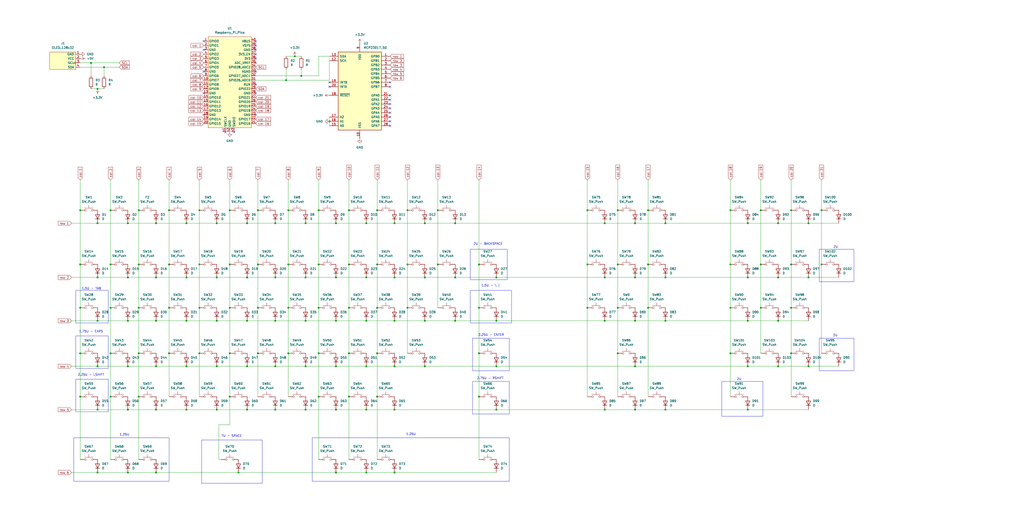
<source format=kicad_sch>
(kicad_sch (version 20231120) (generator "eeschema") (generator_version "8.0")
  (paper "User" 600 300)
  (junction (at 127 240.03))
  (junction (at 214.63 162.56))
  (junction (at 372.11 214.63))
  (junction (at 57.15 162.56))
  (junction (at 238.76 180.34))
  (junction (at 280.67 232.41))
  (junction (at 220.98 154.94))
  (junction (at 127 187.96))
  (junction (at 220.98 232.41))
  (junction (at 344.17 180.34))
  (junction (at 379.73 123.19))
  (junction (at 139.7 276.86))
  (junction (at 186.69 207.01))
  (junction (at 238.76 123.19))
  (junction (at 60.96 39.37))
  (junction (at 168.91 180.34))
  (junction (at 134.62 180.34))
  (junction (at 151.13 180.34))
  (junction (at 134.62 123.19))
  (junction (at 361.95 154.94))
  (junction (at 196.85 162.56))
  (junction (at 64.77 180.34))
  (junction (at 74.93 240.03))
  (junction (at 361.95 123.19))
  (junction (at 280.67 154.94))
  (junction (at 438.15 187.96))
  (junction (at 354.33 162.56))
  (junction (at 179.07 214.63))
  (junction (at 445.77 180.34))
  (junction (at 176.53 44.45))
  (junction (at 127 130.81))
  (junction (at 266.7 187.96))
  (junction (at 354.33 240.03))
  (junction (at 134.62 154.94))
  (junction (at 168.91 154.94))
  (junction (at 81.28 154.94))
  (junction (at 214.63 187.96))
  (junction (at 186.69 154.94))
  (junction (at 238.76 154.94))
  (junction (at 266.7 162.56))
  (junction (at 389.89 162.56))
  (junction (at 186.69 123.19))
  (junction (at 220.98 207.01))
  (junction (at 473.71 162.56))
  (junction (at 81.28 123.19))
  (junction (at 344.17 154.94))
  (junction (at 46.99 123.19))
  (junction (at 204.47 154.94))
  (junction (at 74.93 162.56))
  (junction (at 455.93 130.81))
  (junction (at 231.14 187.96))
  (junction (at 144.78 214.63))
  (junction (at 290.83 187.96))
  (junction (at 168.91 123.19))
  (junction (at 81.28 232.41))
  (junction (at 64.77 207.01))
  (junction (at 91.44 240.03))
  (junction (at 91.44 214.63))
  (junction (at 109.22 214.63))
  (junction (at 179.07 162.56))
  (junction (at 46.99 207.01))
  (junction (at 109.22 162.56))
  (junction (at 161.29 214.63))
  (junction (at 144.78 130.81))
  (junction (at 231.14 276.86))
  (junction (at 91.44 187.96))
  (junction (at 161.29 162.56))
  (junction (at 438.15 240.03))
  (junction (at 445.77 123.19))
  (junction (at 57.15 52.07))
  (junction (at 427.99 180.34))
  (junction (at 389.89 240.03))
  (junction (at 127 214.63))
  (junction (at 151.13 154.94))
  (junction (at 57.15 187.96))
  (junction (at 109.22 187.96))
  (junction (at 220.98 123.19))
  (junction (at 361.95 180.34))
  (junction (at 204.47 232.41))
  (junction (at 91.44 162.56))
  (junction (at 427.99 154.94))
  (junction (at 116.84 180.34))
  (junction (at 99.06 180.34))
  (junction (at 372.11 187.96))
  (junction (at 46.99 154.94))
  (junction (at 46.99 232.41))
  (junction (at 438.15 130.81))
  (junction (at 161.29 240.03))
  (junction (at 280.67 207.01))
  (junction (at 473.71 214.63))
  (junction (at 144.78 162.56))
  (junction (at 81.28 207.01))
  (junction (at 463.55 207.01))
  (junction (at 186.69 232.41))
  (junction (at 389.89 187.96))
  (junction (at 256.54 154.94))
  (junction (at 179.07 187.96))
  (junction (at 46.99 180.34))
  (junction (at 196.85 240.03))
  (junction (at 354.33 130.81))
  (junction (at 179.07 240.03))
  (junction (at 161.29 130.81))
  (junction (at 151.13 207.01))
  (junction (at 74.93 276.86))
  (junction (at 161.29 187.96))
  (junction (at 379.73 180.34))
  (junction (at 74.93 214.63))
  (junction (at 214.63 214.63))
  (junction (at 74.93 187.96))
  (junction (at 116.84 207.01))
  (junction (at 220.98 180.34))
  (junction (at 438.15 214.63))
  (junction (at 193.04 71.12))
  (junction (at 248.92 187.96))
  (junction (at 196.85 276.86))
  (junction (at 266.7 130.81))
  (junction (at 463.55 180.34))
  (junction (at 389.89 130.81))
  (junction (at 290.83 162.56))
  (junction (at 179.07 130.81))
  (junction (at 186.69 180.34))
  (junction (at 64.77 232.41))
  (junction (at 372.11 240.03))
  (junction (at 91.44 130.81))
  (junction (at 231.14 130.81))
  (junction (at 167.64 46.99))
  (junction (at 214.63 130.81))
  (junction (at 354.33 187.96))
  (junction (at 127 162.56))
  (junction (at 204.47 123.19))
  (junction (at 214.63 276.86))
  (junction (at 438.15 162.56))
  (junction (at 248.92 214.63))
  (junction (at 64.77 154.94))
  (junction (at 196.85 130.81))
  (junction (at 379.73 154.94))
  (junction (at 372.11 162.56))
  (junction (at 134.62 207.01))
  (junction (at 144.78 240.03))
  (junction (at 344.17 123.19))
  (junction (at 99.06 123.19))
  (junction (at 463.55 123.19))
  (junction (at 204.47 180.34))
  (junction (at 231.14 214.63))
  (junction (at 144.78 187.96))
  (junction (at 248.92 162.56))
  (junction (at 361.95 207.01))
  (junction (at 57.15 276.86))
  (junction (at 109.22 130.81))
  (junction (at 445.77 154.94))
  (junction (at 280.67 180.34))
  (junction (at 290.83 214.63))
  (junction (at 81.28 180.34))
  (junction (at 248.92 130.81))
  (junction (at 473.71 130.81))
  (junction (at 204.47 207.01))
  (junction (at 372.11 130.81))
  (junction (at 57.15 240.03))
  (junction (at 427.99 123.19))
  (junction (at 57.15 214.63))
  (junction (at 74.93 130.81))
  (junction (at 134.62 232.41))
  (junction (at 99.06 207.01))
  (junction (at 57.15 130.81))
  (junction (at 455.93 162.56))
  (junction (at 481.33 123.19))
  (junction (at 231.14 240.03))
  (junction (at 99.06 154.94))
  (junction (at 196.85 187.96))
  (junction (at 116.84 123.19))
  (junction (at 231.14 162.56))
  (junction (at 168.91 207.01))
  (junction (at 481.33 154.94))
  (junction (at 455.93 214.63))
  (junction (at 427.99 207.01))
  (junction (at 91.44 276.86))
  (junction (at 172.72 33.02))
  (junction (at 290.83 240.03))
  (junction (at 109.22 240.03))
  (junction (at 463.55 154.94))
  (junction (at 455.93 187.96))
  (junction (at 53.34 36.83))
  (junction (at 151.13 123.19))
  (junction (at 64.77 123.19))
  (junction (at 256.54 123.19))
  (junction (at 196.85 214.63))
  (junction (at 116.84 154.94))
  (junction (at 214.63 240.03))
  (no_connect (at 119.38 67.31))
  (no_connect (at 228.6 68.58))
  (no_connect (at 119.38 54.61))
  (no_connect (at 119.38 24.13))
  (no_connect (at 149.86 29.21))
  (no_connect (at 149.86 24.13))
  (no_connect (at 132.08 77.47))
  (no_connect (at 228.6 50.8))
  (no_connect (at 228.6 60.96))
  (no_connect (at 119.38 29.21))
  (no_connect (at 228.6 63.5))
  (no_connect (at 228.6 58.42))
  (no_connect (at 149.86 67.31))
  (no_connect (at 193.04 48.26))
  (no_connect (at 228.6 71.12))
  (no_connect (at 228.6 48.26))
  (no_connect (at 149.86 41.91))
  (no_connect (at 149.86 26.67))
  (no_connect (at 149.86 54.61))
  (no_connect (at 193.04 50.8))
  (no_connect (at 228.6 73.66))
  (no_connect (at 119.38 41.91))
  (no_connect (at 228.6 66.04))
  (no_connect (at 149.86 49.53))
  (no_connect (at 149.86 31.75))
  (no_connect (at 228.6 55.88))
  (no_connect (at 137.16 77.47))
  (no_connect (at 149.86 34.29))
  (no_connect (at 149.86 36.83))
  (wire (pts (xy 57.15 52.07) (xy 60.96 52.07)))
  (wire (pts (xy 238.76 180.34) (xy 238.76 207.01)))
  (wire (pts (xy 81.28 232.41) (xy 81.28 269.24)))
  (wire (pts (xy 372.11 130.81) (xy 389.89 130.81)))
  (wire (pts (xy 81.28 105.41) (xy 81.28 123.19)))
  (wire (pts (xy 455.93 130.81) (xy 473.71 130.81)))
  (wire (pts (xy 354.33 187.96) (xy 372.11 187.96)))
  (wire (pts (xy 389.89 162.56) (xy 438.15 162.56)))
  (wire (pts (xy 290.83 187.96) (xy 354.33 187.96)))
  (wire (pts (xy 344.17 180.34) (xy 344.17 232.41)))
  (wire (pts (xy 427.99 180.34) (xy 427.99 207.01)))
  (wire (pts (xy 256.54 154.94) (xy 256.54 180.34)))
  (wire (pts (xy 179.07 187.96) (xy 196.85 187.96)))
  (wire (pts (xy 438.15 214.63) (xy 455.93 214.63)))
  (wire (pts (xy 57.15 214.63) (xy 74.93 214.63)))
  (wire (pts (xy 379.73 105.41) (xy 379.73 123.19)))
  (wire (pts (xy 60.96 44.45) (xy 60.96 39.37)))
  (wire (pts (xy 196.85 162.56) (xy 214.63 162.56)))
  (wire (pts (xy 204.47 123.19) (xy 204.47 154.94)))
  (wire (pts (xy 344.17 123.19) (xy 344.17 154.94)))
  (wire (pts (xy 91.44 130.81) (xy 109.22 130.81)))
  (wire (pts (xy 379.73 154.94) (xy 379.73 180.34)))
  (wire (pts (xy 379.73 180.34) (xy 379.73 232.41)))
  (wire (pts (xy 41.91 187.96) (xy 57.15 187.96)))
  (wire (pts (xy 354.33 240.03) (xy 372.11 240.03)))
  (wire (pts (xy 134.62 180.34) (xy 134.62 207.01)))
  (wire (pts (xy 214.63 214.63) (xy 231.14 214.63)))
  (wire (pts (xy 116.84 123.19) (xy 116.84 154.94)))
  (wire (pts (xy 186.69 154.94) (xy 186.69 180.34)))
  (wire (pts (xy 91.44 240.03) (xy 109.22 240.03)))
  (wire (pts (xy 109.22 214.63) (xy 127 214.63)))
  (wire (pts (xy 172.72 33.02) (xy 176.53 33.02)))
  (wire (pts (xy 256.54 123.19) (xy 256.54 154.94)))
  (wire (pts (xy 463.55 154.94) (xy 463.55 180.34)))
  (wire (pts (xy 463.55 105.41) (xy 463.55 123.19)))
  (wire (pts (xy 186.69 105.41) (xy 186.69 123.19)))
  (wire (pts (xy 266.7 162.56) (xy 290.83 162.56)))
  (wire (pts (xy 204.47 180.34) (xy 204.47 207.01)))
  (wire (pts (xy 361.95 154.94) (xy 361.95 180.34)))
  (wire (pts (xy 379.73 123.19) (xy 379.73 154.94)))
  (wire (pts (xy 46.99 207.01) (xy 46.99 232.41)))
  (wire (pts (xy 91.44 214.63) (xy 109.22 214.63)))
  (wire (pts (xy 179.07 130.81) (xy 196.85 130.81)))
  (wire (pts (xy 280.67 207.01) (xy 280.67 232.41)))
  (wire (pts (xy 186.69 232.41) (xy 186.69 269.24)))
  (wire (pts (xy 134.62 232.41) (xy 134.62 248.92)))
  (wire (pts (xy 193.04 35.56) (xy 193.04 46.99)))
  (wire (pts (xy 220.98 154.94) (xy 220.98 180.34)))
  (wire (pts (xy 186.69 33.02) (xy 193.04 33.02)))
  (wire (pts (xy 134.62 123.19) (xy 134.62 154.94)))
  (wire (pts (xy 168.91 154.94) (xy 168.91 180.34)))
  (wire (pts (xy 74.93 130.81) (xy 91.44 130.81)))
  (wire (pts (xy 41.91 130.81) (xy 57.15 130.81)))
  (wire (pts (xy 438.15 162.56) (xy 455.93 162.56)))
  (wire (pts (xy 116.84 180.34) (xy 116.84 207.01)))
  (wire (pts (xy 46.99 105.41) (xy 46.99 123.19)))
  (wire (pts (xy 220.98 232.41) (xy 220.98 269.24)))
  (wire (pts (xy 455.93 162.56) (xy 473.71 162.56)))
  (wire (pts (xy 176.53 44.45) (xy 186.69 44.45)))
  (wire (pts (xy 186.69 180.34) (xy 186.69 207.01)))
  (wire (pts (xy 64.77 105.41) (xy 64.77 123.19)))
  (wire (pts (xy 161.29 187.96) (xy 179.07 187.96)))
  (wire (pts (xy 41.91 162.56) (xy 57.15 162.56)))
  (wire (pts (xy 128.27 248.92) (xy 134.62 248.92)))
  (wire (pts (xy 134.62 105.41) (xy 134.62 123.19)))
  (wire (pts (xy 151.13 105.41) (xy 151.13 123.19)))
  (wire (pts (xy 204.47 105.41) (xy 204.47 123.19)))
  (wire (pts (xy 144.78 214.63) (xy 161.29 214.63)))
  (wire (pts (xy 481.33 154.94) (xy 481.33 207.01)))
  (wire (pts (xy 196.85 187.96) (xy 214.63 187.96)))
  (wire (pts (xy 81.28 123.19) (xy 81.28 154.94)))
  (wire (pts (xy 41.91 214.63) (xy 57.15 214.63)))
  (wire (pts (xy 151.13 154.94) (xy 151.13 180.34)))
  (wire (pts (xy 168.91 180.34) (xy 168.91 207.01)))
  (wire (pts (xy 41.91 276.86) (xy 57.15 276.86)))
  (wire (pts (xy 193.04 71.12) (xy 193.04 73.66)))
  (wire (pts (xy 214.63 162.56) (xy 231.14 162.56)))
  (wire (pts (xy 179.07 240.03) (xy 196.85 240.03)))
  (wire (pts (xy 445.77 180.34) (xy 445.77 207.01)))
  (wire (pts (xy 214.63 276.86) (xy 231.14 276.86)))
  (wire (pts (xy 53.34 36.83) (xy 46.99 36.83)))
  (wire (pts (xy 231.14 162.56) (xy 248.92 162.56)))
  (wire (pts (xy 134.62 154.94) (xy 134.62 180.34)))
  (wire (pts (xy 161.29 162.56) (xy 179.07 162.56)))
  (wire (pts (xy 69.85 39.37) (xy 60.96 39.37)))
  (wire (pts (xy 149.86 44.45) (xy 176.53 44.45)))
  (wire (pts (xy 167.64 33.02) (xy 172.72 33.02)))
  (wire (pts (xy 57.15 240.03) (xy 74.93 240.03)))
  (wire (pts (xy 481.33 123.19) (xy 481.33 154.94)))
  (wire (pts (xy 290.83 214.63) (xy 372.11 214.63)))
  (wire (pts (xy 290.83 162.56) (xy 354.33 162.56)))
  (wire (pts (xy 53.34 52.07) (xy 57.15 52.07)))
  (wire (pts (xy 161.29 214.63) (xy 179.07 214.63)))
  (wire (pts (xy 427.99 123.19) (xy 427.99 154.94)))
  (wire (pts (xy 69.85 36.83) (xy 53.34 36.83)))
  (wire (pts (xy 361.95 207.01) (xy 361.95 232.41)))
  (wire (pts (xy 151.13 180.34) (xy 151.13 207.01)))
  (wire (pts (xy 128.27 269.24) (xy 128.27 248.92)))
  (wire (pts (xy 99.06 180.34) (xy 99.06 207.01)))
  (wire (pts (xy 64.77 154.94) (xy 64.77 180.34)))
  (wire (pts (xy 127 240.03) (xy 144.78 240.03)))
  (wire (pts (xy 46.99 232.41) (xy 46.99 269.24)))
  (wire (pts (xy 204.47 232.41) (xy 204.47 269.24)))
  (wire (pts (xy 231.14 187.96) (xy 248.92 187.96)))
  (wire (pts (xy 196.85 214.63) (xy 214.63 214.63)))
  (wire (pts (xy 248.92 214.63) (xy 290.83 214.63)))
  (wire (pts (xy 109.22 240.03) (xy 127 240.03)))
  (wire (pts (xy 64.77 207.01) (xy 64.77 232.41)))
  (wire (pts (xy 186.69 44.45) (xy 186.69 33.02)))
  (wire (pts (xy 139.7 276.86) (xy 196.85 276.86)))
  (wire (pts (xy 455.93 214.63) (xy 473.71 214.63)))
  (wire (pts (xy 91.44 162.56) (xy 109.22 162.56)))
  (wire (pts (xy 81.28 180.34) (xy 81.28 207.01)))
  (wire (pts (xy 372.11 214.63) (xy 438.15 214.63)))
  (wire (pts (xy 344.17 154.94) (xy 344.17 180.34)))
  (wire (pts (xy 361.95 123.19) (xy 361.95 154.94)))
  (wire (pts (xy 427.99 154.94) (xy 427.99 180.34)))
  (wire (pts (xy 248.92 187.96) (xy 266.7 187.96)))
  (wire (pts (xy 473.71 130.81) (xy 491.49 130.81)))
  (wire (pts (xy 427.99 105.41) (xy 427.99 123.19)))
  (wire (pts (xy 238.76 123.19) (xy 238.76 154.94)))
  (wire (pts (xy 134.62 207.01) (xy 134.62 232.41)))
  (wire (pts (xy 116.84 154.94) (xy 116.84 180.34)))
  (wire (pts (xy 161.29 240.03) (xy 179.07 240.03)))
  (wire (pts (xy 220.98 123.19) (xy 220.98 154.94)))
  (wire (pts (xy 389.89 130.81) (xy 438.15 130.81)))
  (wire (pts (xy 473.71 214.63) (xy 491.49 214.63)))
  (wire (pts (xy 220.98 207.01) (xy 220.98 232.41)))
  (wire (pts (xy 463.55 180.34) (xy 463.55 207.01)))
  (wire (pts (xy 389.89 187.96) (xy 438.15 187.96)))
  (wire (pts (xy 128.27 269.24) (xy 129.54 269.24)))
  (wire (pts (xy 231.14 214.63) (xy 248.92 214.63)))
  (wire (pts (xy 280.67 232.41) (xy 280.67 269.24)))
  (wire (pts (xy 196.85 130.81) (xy 214.63 130.81)))
  (wire (pts (xy 473.71 162.56) (xy 491.49 162.56)))
  (wire (pts (xy 290.83 240.03) (xy 354.33 240.03)))
  (wire (pts (xy 438.15 130.81) (xy 455.93 130.81)))
  (wire (pts (xy 41.91 240.03) (xy 57.15 240.03)))
  (wire (pts (xy 238.76 154.94) (xy 238.76 180.34)))
  (wire (pts (xy 231.14 276.86) (xy 290.83 276.86)))
  (wire (pts (xy 91.44 187.96) (xy 109.22 187.96)))
  (wire (pts (xy 248.92 130.81) (xy 266.7 130.81)))
  (wire (pts (xy 74.93 214.63) (xy 91.44 214.63)))
  (wire (pts (xy 57.15 162.56) (xy 74.93 162.56)))
  (wire (pts (xy 168.91 105.41) (xy 168.91 123.19)))
  (wire (pts (xy 445.77 105.41) (xy 445.77 123.19)))
  (wire (pts (xy 127 187.96) (xy 144.78 187.96)))
  (wire (pts (xy 116.84 105.41) (xy 116.84 123.19)))
  (wire (pts (xy 280.67 180.34) (xy 280.67 207.01)))
  (wire (pts (xy 354.33 130.81) (xy 372.11 130.81)))
  (wire (pts (xy 179.07 214.63) (xy 196.85 214.63)))
  (wire (pts (xy 64.77 123.19) (xy 64.77 154.94)))
  (wire (pts (xy 74.93 162.56) (xy 91.44 162.56)))
  (wire (pts (xy 57.15 130.81) (xy 74.93 130.81)))
  (wire (pts (xy 127 130.81) (xy 144.78 130.81)))
  (wire (pts (xy 144.78 162.56) (xy 161.29 162.56)))
  (wire (pts (xy 127 162.56) (xy 144.78 162.56)))
  (wire (pts (xy 64.77 180.34) (xy 64.77 207.01)))
  (wire (pts (xy 204.47 207.01) (xy 204.47 232.41)))
  (wire (pts (xy 231.14 240.03) (xy 290.83 240.03)))
  (wire (pts (xy 372.11 162.56) (xy 389.89 162.56)))
  (wire (pts (xy 57.15 276.86) (xy 74.93 276.86)))
  (wire (pts (xy 372.11 187.96) (xy 389.89 187.96)))
  (wire (pts (xy 455.93 187.96) (xy 473.71 187.96)))
  (wire (pts (xy 266.7 187.96) (xy 290.83 187.96)))
  (wire (pts (xy 81.28 154.94) (xy 81.28 180.34)))
  (wire (pts (xy 149.86 46.99) (xy 167.64 46.99)))
  (wire (pts (xy 220.98 180.34) (xy 220.98 207.01)))
  (wire (pts (xy 46.99 154.94) (xy 46.99 180.34)))
  (wire (pts (xy 196.85 240.03) (xy 214.63 240.03)))
  (wire (pts (xy 186.69 207.01) (xy 186.69 232.41)))
  (wire (pts (xy 144.78 130.81) (xy 161.29 130.81)))
  (wire (pts (xy 99.06 207.01) (xy 99.06 232.41)))
  (wire (pts (xy 144.78 240.03) (xy 161.29 240.03)))
  (wire (pts (xy 99.06 105.41) (xy 99.06 123.19)))
  (wire (pts (xy 280.67 154.94) (xy 280.67 180.34)))
  (wire (pts (xy 193.04 46.99) (xy 167.64 46.99)))
  (wire (pts (xy 214.63 187.96) (xy 231.14 187.96)))
  (wire (pts (xy 256.54 105.41) (xy 256.54 123.19)))
  (wire (pts (xy 231.14 130.81) (xy 248.92 130.81)))
  (wire (pts (xy 109.22 187.96) (xy 127 187.96)))
  (wire (pts (xy 167.64 40.64) (xy 167.64 46.99)))
  (wire (pts (xy 438.15 187.96) (xy 455.93 187.96)))
  (wire (pts (xy 46.99 123.19) (xy 46.99 154.94)))
  (wire (pts (xy 176.53 40.64) (xy 176.53 44.45)))
  (wire (pts (xy 144.78 187.96) (xy 161.29 187.96)))
  (wire (pts (xy 238.76 105.41) (xy 238.76 123.19)))
  (wire (pts (xy 427.99 207.01) (xy 427.99 232.41)))
  (wire (pts (xy 91.44 276.86) (xy 139.7 276.86)))
  (wire (pts (xy 361.95 105.41) (xy 361.95 123.19)))
  (wire (pts (xy 280.67 105.41) (xy 280.67 154.94)))
  (wire (pts (xy 57.15 187.96) (xy 74.93 187.96)))
  (wire (pts (xy 372.11 240.03) (xy 389.89 240.03)))
  (wire (pts (xy 389.89 240.03) (xy 438.15 240.03)))
  (wire (pts (xy 168.91 207.01) (xy 168.91 232.41)))
  (wire (pts (xy 214.63 130.81) (xy 231.14 130.81)))
  (wire (pts (xy 60.96 39.37) (xy 46.99 39.37)))
  (wire (pts (xy 344.17 105.41) (xy 344.17 123.19)))
  (wire (pts (xy 161.29 130.81) (xy 179.07 130.81)))
  (wire (pts (xy 74.93 240.03) (xy 91.44 240.03)))
  (wire (pts (xy 186.69 123.19) (xy 186.69 154.94)))
  (wire (pts (xy 266.7 130.81) (xy 354.33 130.81)))
  (wire (pts (xy 445.77 123.19) (xy 445.77 154.94)))
  (wire (pts (xy 481.33 105.41) (xy 481.33 123.19)))
  (wire (pts (xy 109.22 130.81) (xy 127 130.81)))
  (wire (pts (xy 74.93 276.86) (xy 91.44 276.86)))
  (wire (pts (xy 193.04 68.58) (xy 193.04 71.12)))
  (wire (pts (xy 463.55 123.19) (xy 463.55 154.94)))
  (wire (pts (xy 127 214.63) (xy 144.78 214.63)))
  (wire (pts (xy 354.33 162.56) (xy 372.11 162.56)))
  (wire (pts (xy 116.84 207.01) (xy 116.84 232.41)))
  (wire (pts (xy 463.55 207.01) (xy 463.55 232.41)))
  (wire (pts (xy 81.28 207.01) (xy 81.28 232.41)))
  (wire (pts (xy 109.22 162.56) (xy 127 162.56)))
  (wire (pts (xy 179.07 162.56) (xy 196.85 162.56)))
  (wire (pts (xy 204.47 154.94) (xy 204.47 180.34)))
  (wire (pts (xy 53.34 44.45) (xy 53.34 36.83)))
  (wire (pts (xy 151.13 123.19) (xy 151.13 154.94)))
  (wire (pts (xy 99.06 154.94) (xy 99.06 180.34)))
  (wire (pts (xy 74.93 187.96) (xy 91.44 187.96)))
  (wire (pts (xy 151.13 207.01) (xy 151.13 232.41)))
  (wire (pts (xy 168.91 123.19) (xy 168.91 154.94)))
  (wire (pts (xy 214.63 240.03) (xy 231.14 240.03)))
  (wire (pts (xy 64.77 232.41) (xy 64.77 269.24)))
  (wire (pts (xy 46.99 180.34) (xy 46.99 207.01)))
  (wire (pts (xy 196.85 276.86) (xy 214.63 276.86)))
  (wire (pts (xy 438.15 240.03) (xy 473.71 240.03)))
  (wire (pts (xy 220.98 105.41) (xy 220.98 123.19)))
  (wire (pts (xy 445.77 154.94) (xy 445.77 180.34)))
  (wire (pts (xy 361.95 180.34) (xy 361.95 207.01)))
  (wire (pts (xy 248.92 162.56) (xy 266.7 162.56)))
  (wire (pts (xy 99.06 123.19) (xy 99.06 154.94)))
  (rectangle (start 480.06 146.05) (end 500.38 165.1))
  (rectangle (start 275.59 170.18) (end 299.72 189.23))
  (rectangle (start 118.11 257.81) (end 153.67 283.21))
  (rectangle (start 44.45 222.25) (end 63.5 241.3))
  (rectangle (start 276.86 198.12) (end 298.45 217.17))
  (rectangle (start 422.91 223.52) (end 447.04 243.84))
  (rectangle (start 182.88 256.54) (end 298.45 281.94))
  (rectangle (start 275.59 146.05) (end 297.18 163.83))
  (rectangle (start 480.06 198.12) (end 500.38 217.17))
  (rectangle (start 43.18 256.54) (end 99.06 281.94))
  (rectangle (start 276.86 223.52) (end 298.45 242.57))
  (rectangle (start 44.45 170.18) (end 63.5 189.23))
  (rectangle (start 44.45 196.85) (end 63.5 215.9))
  (text "2.75U - RSHIFT\n" (at 287.274 221.742 0) (effects (font (size 1.27 1.27))))
  (text "2U - BACKSPACE\n\n" (at 286.004 144.018 0) (effects (font (size 1.27 1.27))))
  (text "1.5U - \\ |\n" (at 287.528 167.386 0) (effects (font (size 1.27 1.27))))
  (text "1.75U - CAPS\n" (at 53.34 194.31 0) (effects (font (size 1.27 1.27))))
  (text "7U - SPACE\n" (at 135.636 255.524 0) (effects (font (size 1.27 1.27))))
  (text "2U\n" (at 489.458 196.596 0) (effects (font (size 1.27 1.27))))
  (text "2U\n" (at 489.712 144.78 0) (effects (font (size 1.27 1.27))))
  (text "1.25U\n" (at 72.898 254.762 0) (effects (font (size 1.27 1.27))))
  (text "2.25U - ENTER" (at 287.782 196.342 0) (effects (font (size 1.27 1.27))))
  (text "2U\n" (at 433.07 222.25 0) (effects (font (size 1.27 1.27))))
  (text "2.25U - LSHIFT\n" (at 53.34 219.71 0) (effects (font (size 1.27 1.27))))
  (text "1.5U - TAB\n\n" (at 53.594 170.18 0) (effects (font (size 1.27 1.27))))
  (text "1.25U\n" (at 240.792 254.508 0) (effects (font (size 1.27 1.27))))
  (global_label "SDA" (shape input) (at 69.85 39.37 0) (property "Intersheetrefs" "${INTERSHEET_REFS}" (effects (hide yes))))
  (global_label "col 19" (shape input) (at 149.86 62.23 0) (property "Intersheetrefs" "${INTERSHEET_REFS}" (effects (hide yes))))
  (global_label "row 6" (shape input) (at 228.6 45.72 0) (property "Intersheetrefs" "${INTERSHEET_REFS}" (effects (hide yes))))
  (global_label "row 4" (shape input) (at 228.6 40.64 0) (property "Intersheetrefs" "${INTERSHEET_REFS}" (effects (hide yes))))
  (global_label "row 1" (shape input) (at 41.91 130.81 180) (property "Intersheetrefs" "${INTERSHEET_REFS}" (effects (hide yes))))
  (global_label "col 19" (shape input) (at 445.77 105.41 90) (property "Intersheetrefs" "${INTERSHEET_REFS}" (effects (hide yes))))
  (global_label "col 10" (shape input) (at 204.47 105.41 90) (property "Intersheetrefs" "${INTERSHEET_REFS}" (effects (hide yes))))
  (global_label "col 11" (shape input) (at 220.98 105.41 90) (property "Intersheetrefs" "${INTERSHEET_REFS}" (effects (hide yes))))
  (global_label "SCL" (shape input) (at 149.86 39.37 0) (property "Intersheetrefs" "${INTERSHEET_REFS}" (effects (hide yes))))
  (global_label "col 17" (shape input) (at 379.73 105.41 90) (property "Intersheetrefs" "${INTERSHEET_REFS}" (effects (hide yes))))
  (global_label "col 4" (shape input) (at 119.38 36.83 180) (property "Intersheetrefs" "${INTERSHEET_REFS}" (effects (hide yes))))
  (global_label "col 20" (shape input) (at 463.55 105.41 90) (property "Intersheetrefs" "${INTERSHEET_REFS}" (effects (hide yes))))
  (global_label "col 12" (shape input) (at 238.76 105.41 90) (property "Intersheetrefs" "${INTERSHEET_REFS}" (effects (hide yes))))
  (global_label "col 16" (shape input) (at 149.86 72.39 0) (property "Intersheetrefs" "${INTERSHEET_REFS}" (effects (hide yes))))
  (global_label "SDA" (shape input) (at 149.86 52.07 0) (property "Intersheetrefs" "${INTERSHEET_REFS}" (effects (hide yes))))
  (global_label "col 2" (shape input) (at 64.77 105.41 90) (property "Intersheetrefs" "${INTERSHEET_REFS}" (effects (hide yes))))
  (global_label "row 1" (shape input) (at 228.6 33.02 0) (property "Intersheetrefs" "${INTERSHEET_REFS}" (effects (hide yes))))
  (global_label "col 9" (shape input) (at 186.69 105.41 90) (property "Intersheetrefs" "${INTERSHEET_REFS}" (effects (hide yes))))
  (global_label "col 9" (shape input) (at 119.38 52.07 180) (property "Intersheetrefs" "${INTERSHEET_REFS}" (effects (hide yes))))
  (global_label "col 5" (shape input) (at 116.84 105.41 90) (property "Intersheetrefs" "${INTERSHEET_REFS}" (effects (hide yes))))
  (global_label "col 16" (shape input) (at 361.95 105.41 90) (property "Intersheetrefs" "${INTERSHEET_REFS}" (effects (hide yes))))
  (global_label "row 2" (shape input) (at 228.6 35.56 0) (property "Intersheetrefs" "${INTERSHEET_REFS}" (effects (hide yes))))
  (global_label "col 20" (shape input) (at 149.86 59.69 0) (property "Intersheetrefs" "${INTERSHEET_REFS}" (effects (hide yes))))
  (global_label "col 2" (shape input) (at 119.38 31.75 180) (property "Intersheetrefs" "${INTERSHEET_REFS}" (effects (hide yes))))
  (global_label "col 6" (shape input) (at 119.38 44.45 180) (property "Intersheetrefs" "${INTERSHEET_REFS}" (effects (hide yes))))
  (global_label "col 12" (shape input) (at 119.38 62.23 180) (property "Intersheetrefs" "${INTERSHEET_REFS}" (effects (hide yes))))
  (global_label "row 2" (shape input) (at 41.91 162.56 180) (property "Intersheetrefs" "${INTERSHEET_REFS}" (effects (hide yes))))
  (global_label "row 5" (shape input) (at 228.6 43.18 0) (property "Intersheetrefs" "${INTERSHEET_REFS}" (effects (hide yes))))
  (global_label "col 10" (shape input) (at 119.38 57.15 180) (property "Intersheetrefs" "${INTERSHEET_REFS}" (effects (hide yes))))
  (global_label "col 7" (shape input) (at 119.38 46.99 180) (property "Intersheetrefs" "${INTERSHEET_REFS}" (effects (hide yes))))
  (global_label "row 3" (shape input) (at 41.91 187.96 180) (property "Intersheetrefs" "${INTERSHEET_REFS}" (effects (hide yes))))
  (global_label "col 3" (shape input) (at 81.28 105.41 90) (property "Intersheetrefs" "${INTERSHEET_REFS}" (effects (hide yes))))
  (global_label "row 4" (shape input) (at 41.91 214.63 180) (property "Intersheetrefs" "${INTERSHEET_REFS}" (effects (hide yes))))
  (global_label "col 13" (shape input) (at 119.38 64.77 180) (property "Intersheetrefs" "${INTERSHEET_REFS}" (effects (hide yes))))
  (global_label "col 21" (shape input) (at 481.33 105.41 90) (property "Intersheetrefs" "${INTERSHEET_REFS}" (effects (hide yes))))
  (global_label "col 18" (shape input) (at 149.86 64.77 0) (property "Intersheetrefs" "${INTERSHEET_REFS}" (effects (hide yes))))
  (global_label "row 6" (shape input) (at 41.91 276.86 180) (property "Intersheetrefs" "${INTERSHEET_REFS}" (effects (hide yes))))
  (global_label "col 8" (shape input) (at 119.38 49.53 180) (property "Intersheetrefs" "${INTERSHEET_REFS}" (effects (hide yes))))
  (global_label "col 14" (shape input) (at 119.38 69.85 180) (property "Intersheetrefs" "${INTERSHEET_REFS}" (effects (hide yes))))
  (global_label "col 1" (shape input) (at 46.99 105.41 90) (property "Intersheetrefs" "${INTERSHEET_REFS}" (effects (hide yes))))
  (global_label "col 6" (shape input) (at 134.62 105.41 90) (property "Intersheetrefs" "${INTERSHEET_REFS}" (effects (hide yes))))
  (global_label "SCL" (shape input) (at 69.85 36.83 0) (property "Intersheetrefs" "${INTERSHEET_REFS}" (effects (hide yes))))
  (global_label "col 13" (shape input) (at 256.54 105.41 90) (property "Intersheetrefs" "${INTERSHEET_REFS}" (effects (hide yes))))
  (global_label "row 3" (shape input) (at 228.6 38.1 0) (property "Intersheetrefs" "${INTERSHEET_REFS}" (effects (hide yes))))
  (global_label "col 3" (shape input) (at 119.38 34.29 180) (property "Intersheetrefs" "${INTERSHEET_REFS}" (effects (hide yes))))
  (global_label "col 1" (shape input) (at 119.38 26.67 180) (property "Intersheetrefs" "${INTERSHEET_REFS}" (effects (hide yes))))
  (global_label "col 8" (shape input) (at 168.91 105.41 90) (property "Intersheetrefs" "${INTERSHEET_REFS}" (effects (hide yes))))
  (global_label "col 18" (shape input) (at 427.99 105.41 90) (property "Intersheetrefs" "${INTERSHEET_REFS}" (effects (hide yes))))
  (global_label "col 11" (shape input) (at 119.38 59.69 180) (property "Intersheetrefs" "${INTERSHEET_REFS}" (effects (hide yes))))
  (global_label "col 5" (shape input) (at 119.38 39.37 180) (property "Intersheetrefs" "${INTERSHEET_REFS}" (effects (hide yes))))
  (global_label "col 7" (shape input) (at 151.13 105.41 90) (property "Intersheetrefs" "${INTERSHEET_REFS}" (effects (hide yes))))
  (global_label "col 14" (shape input) (at 280.67 105.41 90) (property "Intersheetrefs" "${INTERSHEET_REFS}" (effects (hide yes))))
  (global_label "row 5" (shape input) (at 41.91 240.03 180) (property "Intersheetrefs" "${INTERSHEET_REFS}" (effects (hide yes))))
  (global_label "col 15" (shape input) (at 119.38 72.39 180) (property "Intersheetrefs" "${INTERSHEET_REFS}" (effects (hide yes))))
  (global_label "col 17" (shape input) (at 149.86 69.85 0) (property "Intersheetrefs" "${INTERSHEET_REFS}" (effects (hide yes))))
  (global_label "col 21" (shape input) (at 149.86 57.15 0) (property "Intersheetrefs" "${INTERSHEET_REFS}" (effects (hide yes))))
  (global_label "col 15" (shape input) (at 344.17 105.41 90) (property "Intersheetrefs" "${INTERSHEET_REFS}" (effects (hide yes))))
  (global_label "col 4" (shape input) (at 99.06 105.41 90) (property "Intersheetrefs" "${INTERSHEET_REFS}" (effects (hide yes))))
  (symbol (lib_id "Device:D") (at 179.07 210.82 90) (unit 1)
    (property "Reference" "D49" (at 181.61 209.5499 90) (effects (justify right)))
    (property "Value" "D" (at 181.61 212.0899 90) (effects (justify right)))
    (property "Footprint" "ScottoKeebs_Components:Diode_DO-35" (effects (hide yes)))
    (property "Description" "Diode" (effects (hide yes)))
    (property "Sim.Device" "D" (effects (hide yes)))
    (property "Sim.Pins" "1=K 2=A" (effects (hide yes)))
  )
  (symbol (lib_id "Device:D") (at 455.93 158.75 90) (unit 1)
    (property "Reference" "D93" (at 458.47 157.4799 90) (effects (justify right)))
    (property "Value" "D" (at 458.47 160.0199 90) (effects (justify right)))
    (property "Footprint" "ScottoKeebs_Components:Diode_DO-35" (effects (hide yes)))
    (property "Description" "Diode" (effects (hide yes)))
    (property "Sim.Device" "D" (effects (hide yes)))
    (property "Sim.Pins" "1=K 2=A" (effects (hide yes)))
  )
  (symbol (lib_id "Device:D") (at 179.07 236.22 90) (unit 1)
    (property "Reference" "D62" (at 181.61 234.9499 90) (effects (justify right)))
    (property "Value" "D" (at 181.61 237.4899 90) (effects (justify right)))
    (property "Footprint" "ScottoKeebs_Components:Diode_DO-35" (effects (hide yes)))
    (property "Description" "Diode" (effects (hide yes)))
    (property "Sim.Device" "D" (effects (hide yes)))
    (property "Sim.Pins" "1=K 2=A" (effects (hide yes)))
  )
  (symbol (lib_id "Switch:SW_Push") (at 52.07 207.01 0) (unit 1)
    (property "Reference" "SW42" (at 52.07 199.39 0))
    (property "Value" "SW_Push" (at 52.07 201.93 0))
    (property "Footprint" "ScottoKeebs_MX:MX_PCB_1.75u" (effects (hide yes)))
    (property "Description" "Push button switch, generic, two pins" (effects (hide yes)))
  )
  (symbol (lib_id "Device:D") (at 196.85 127 90) (unit 1)
    (property "Reference" "D9" (at 199.39 125.7299 90) (effects (justify right)))
    (property "Value" "D" (at 199.39 128.2699 90) (effects (justify right)))
    (property "Footprint" "ScottoKeebs_Components:Diode_DO-35" (effects (hide yes)))
    (property "Description" "Diode" (effects (hide yes)))
    (property "Sim.Device" "D" (effects (hide yes)))
    (property "Sim.Pins" "1=K 2=A" (effects (hide yes)))
  )
  (symbol (lib_id "Switch:SW_Push") (at 173.99 154.94 0) (unit 1)
    (property "Reference" "SW21" (at 173.99 147.32 0))
    (property "Value" "SW_Push" (at 173.99 149.86 0))
    (property "Footprint" "ScottoKeebs_MX:MX_PCB_1.00u" (effects (hide yes)))
    (property "Description" "Push button switch, generic, two pins" (effects (hide yes)))
  )
  (symbol (lib_id "Device:D") (at 57.15 273.05 90) (unit 1)
    (property "Reference" "D67" (at 59.69 271.7799 90) (effects (justify right)))
    (property "Value" "D" (at 59.69 274.3199 90) (effects (justify right)))
    (property "Footprint" "ScottoKeebs_Components:Diode_DO-35" (effects (hide yes)))
    (property "Description" "Diode" (effects (hide yes)))
    (property "Sim.Device" "D" (effects (hide yes)))
    (property "Sim.Pins" "1=K 2=A" (effects (hide yes)))
  )
  (symbol (lib_id "Switch:SW_Push") (at 121.92 207.01 0) (unit 1)
    (property "Reference" "SW46" (at 121.92 199.39 0))
    (property "Value" "SW_Push" (at 121.92 201.93 0))
    (property "Footprint" "ScottoKeebs_MX:MX_PCB_1.00u" (effects (hide yes)))
    (property "Description" "Push button switch, generic, two pins" (effects (hide yes)))
  )
  (symbol (lib_id "power:+3.3V") (at 210.82 25.4 0) (unit 1)
    (property "Reference" "#PWR05" (effects (hide yes)))
    (property "Value" "+3.3V" (at 210.82 20.32 0))
    (property "Description" "Power symbol creates a global label with name \"+3.3V\"" (effects (hide yes)))
  )
  (symbol (lib_id "Device:D") (at 109.22 236.22 90) (unit 1)
    (property "Reference" "D58" (at 111.76 234.9499 90) (effects (justify right)))
    (property "Value" "D" (at 111.76 237.4899 90) (effects (justify right)))
    (property "Footprint" "ScottoKeebs_Components:Diode_DO-35" (effects (hide yes)))
    (property "Description" "Diode" (effects (hide yes)))
    (property "Sim.Device" "D" (effects (hide yes)))
    (property "Sim.Pins" "1=K 2=A" (effects (hide yes)))
  )
  (symbol (lib_id "Switch:SW_Push") (at 384.81 232.41 0) (unit 1)
    (property "Reference" "SW89" (at 384.81 224.79 0))
    (property "Value" "SW_Push" (at 384.81 227.33 0))
    (property "Footprint" "ScottoKeebs_MX:MX_PCB_1.00u" (effects (hide yes)))
    (property "Description" "Push button switch, generic, two pins" (effects (hide yes)))
  )
  (symbol (lib_id "Switch:SW_Push") (at 468.63 180.34 0) (unit 1)
    (property "Reference" "SW98" (at 468.63 172.72 0))
    (property "Value" "SW_Push" (at 468.63 175.26 0))
    (property "Footprint" "ScottoKeebs_MX:MX_PCB_1.00u" (effects (hide yes)))
    (property "Description" "Push button switch, generic, two pins" (effects (hide yes)))
  )
  (symbol (lib_id "Device:D") (at 354.33 236.22 90) (unit 1)
    (property "Reference" "D85" (at 356.87 234.9499 90) (effects (justify right)))
    (property "Value" "D" (at 356.87 237.4899 90) (effects (justify right)))
    (property "Footprint" "ScottoKeebs_Components:Diode_DO-35" (effects (hide yes)))
    (property "Description" "Diode" (effects (hide yes)))
    (property "Sim.Device" "D" (effects (hide yes)))
    (property "Sim.Pins" "1=K 2=A" (effects (hide yes)))
  )
  (symbol (lib_id "Device:D") (at 161.29 127 90) (unit 1)
    (property "Reference" "D7" (at 163.83 125.7299 90) (effects (justify right)))
    (property "Value" "D" (at 163.83 128.2699 90) (effects (justify right)))
    (property "Footprint" "ScottoKeebs_Components:Diode_DO-35" (effects (hide yes)))
    (property "Description" "Diode" (effects (hide yes)))
    (property "Sim.Device" "D" (effects (hide yes)))
    (property "Sim.Pins" "1=K 2=A" (effects (hide yes)))
  )
  (symbol (lib_id "Switch:SW_Push") (at 52.07 154.94 0) (unit 1)
    (property "Reference" "SW14" (at 52.07 147.32 0))
    (property "Value" "SW_Push" (at 52.07 149.86 0))
    (property "Footprint" "ScottoKeebs_MX:MX_PCB_1.00u" (effects (hide yes)))
    (property "Description" "Push button switch, generic, two pins" (effects (hide yes)))
  )
  (symbol (lib_id "Switch:SW_Push") (at 468.63 154.94 0) (unit 1)
    (property "Reference" "SW97" (at 468.63 147.32 0))
    (property "Value" "SW_Push" (at 468.63 149.86 0))
    (property "Footprint" "ScottoKeebs_MX:MX_PCB_1.00u" (effects (hide yes)))
    (property "Description" "Push button switch, generic, two pins" (effects (hide yes)))
  )
  (symbol (lib_id "power:GND") (at 193.04 71.12 270) (unit 1)
    (property "Reference" "#PWR02" (effects (hide yes)))
    (property "Value" "GND" (at 189.23 71.1199 90) (effects (justify right)))
    (property "Description" "Power symbol creates a global label with name \"GND\" , ground" (effects (hide yes)))
  )
  (symbol (lib_id "Switch:SW_Push") (at 191.77 232.41 0) (unit 1)
    (property "Reference" "SW63" (at 191.77 224.79 0))
    (property "Value" "SW_Push" (at 191.77 227.33 0))
    (property "Footprint" "ScottoKeebs_MX:MX_PCB_1.00u" (effects (hide yes)))
    (property "Description" "Push button switch, generic, two pins" (effects (hide yes)))
  )
  (symbol (lib_id "Switch:SW_Push") (at 52.07 123.19 0) (unit 1)
    (property "Reference" "SW1" (at 52.07 115.57 0))
    (property "Value" "SW_Push" (at 52.07 118.11 0))
    (property "Footprint" "ScottoKeebs_MX:MX_PCB_1.00u" (effects (hide yes)))
    (property "Description" "Push button switch, generic, two pins" (effects (hide yes)))
  )
  (symbol (lib_id "Device:D") (at 354.33 158.75 90) (unit 1)
    (property "Reference" "D76" (at 356.87 157.4799 90) (effects (justify right)))
    (property "Value" "D" (at 356.87 160.0199 90) (effects (justify right)))
    (property "Footprint" "ScottoKeebs_Components:Diode_DO-35" (effects (hide yes)))
    (property "Description" "Diode" (effects (hide yes)))
    (property "Sim.Device" "D" (effects (hide yes)))
    (property "Sim.Pins" "1=K 2=A" (effects (hide yes)))
  )
  (symbol (lib_id "Switch:SW_Push") (at 243.84 123.19 0) (unit 1)
    (property "Reference" "SW12" (at 243.84 115.57 0))
    (property "Value" "SW_Push" (at 243.84 118.11 0))
    (property "Footprint" "ScottoKeebs_MX:MX_PCB_1.00u" (effects (hide yes)))
    (property "Description" "Push button switch, generic, two pins" (effects (hide yes)))
  )
  (symbol (lib_id "Device:D") (at 231.14 273.05 90) (unit 1)
    (property "Reference" "D73" (at 233.68 271.7799 90) (effects (justify right)))
    (property "Value" "D" (at 233.68 274.3199 90) (effects (justify right)))
    (property "Footprint" "ScottoKeebs_Components:Diode_DO-35" (effects (hide yes)))
    (property "Description" "Diode" (effects (hide yes)))
    (property "Sim.Device" "D" (effects (hide yes)))
    (property "Sim.Pins" "1=K 2=A" (effects (hide yes)))
  )
  (symbol (lib_id "Switch:SW_Push") (at 156.21 154.94 0) (unit 1)
    (property "Reference" "SW20" (at 156.21 147.32 0))
    (property "Value" "SW_Push" (at 156.21 149.86 0))
    (property "Footprint" "ScottoKeebs_MX:MX_PCB_1.00u" (effects (hide yes)))
    (property "Description" "Push button switch, generic, two pins" (effects (hide yes)))
  )
  (symbol (lib_id "Device:R") (at 176.53 36.83 0) (unit 1)
    (property "Reference" "R1" (at 179.07 35.5599 0) (effects (justify left)))
    (property "Value" "R" (at 179.07 38.0999 0) (effects (justify left)))
    (property "Footprint" "Resistor_THT:R_Axial_DIN0204_L3.6mm_D1.6mm_P7.62mm_Horizontal" (effects (hide yes)))
    (property "Description" "Resistor" (effects (hide yes)))
  )
  (symbol (lib_id "Device:D") (at 389.89 236.22 90) (unit 1)
    (property "Reference" "D89" (at 392.43 234.9499 90) (effects (justify right)))
    (property "Value" "D" (at 392.43 237.4899 90) (effects (justify right)))
    (property "Footprint" "ScottoKeebs_Components:Diode_DO-35" (effects (hide yes)))
    (property "Description" "Diode" (effects (hide yes)))
    (property "Sim.Device" "D" (effects (hide yes)))
    (property "Sim.Pins" "1=K 2=A" (effects (hide yes)))
  )
  (symbol (lib_id "Device:D") (at 57.15 236.22 90) (unit 1)
    (property "Reference" "D55" (at 59.69 234.9499 90) (effects (justify right)))
    (property "Value" "D" (at 59.69 237.4899 90) (effects (justify right)))
    (property "Footprint" "ScottoKeebs_Components:Diode_DO-35" (effects (hide yes)))
    (property "Description" "Diode" (effects (hide yes)))
    (property "Sim.Device" "D" (effects (hide yes)))
    (property "Sim.Pins" "1=K 2=A" (effects (hide yes)))
  )
  (symbol (lib_id "Device:D") (at 214.63 273.05 90) (unit 1)
    (property "Reference" "D72" (at 217.17 271.7799 90) (effects (justify right)))
    (property "Value" "D" (at 217.17 274.3199 90) (effects (justify right)))
    (property "Footprint" "ScottoKeebs_Components:Diode_DO-35" (effects (hide yes)))
    (property "Description" "Diode" (effects (hide yes)))
    (property "Sim.Device" "D" (effects (hide yes)))
    (property "Sim.Pins" "1=K 2=A" (effects (hide yes)))
  )
  (symbol (lib_id "Device:D") (at 491.49 127 90) (unit 1)
    (property "Reference" "D100" (at 494.03 125.7299 90) (effects (justify right)))
    (property "Value" "D" (at 494.03 128.2699 90) (effects (justify right)))
    (property "Footprint" "ScottoKeebs_Components:Diode_DO-35" (effects (hide yes)))
    (property "Description" "Diode" (effects (hide yes)))
    (property "Sim.Device" "D" (effects (hide yes)))
    (property "Sim.Pins" "1=K 2=A" (effects (hide yes)))
  )
  (symbol (lib_id "Switch:SW_Push") (at 191.77 269.24 0) (unit 1)
    (property "Reference" "SW71" (at 191.77 261.62 0))
    (property "Value" "SW_Push" (at 191.77 264.16 0))
    (property "Footprint" "ScottoKeebs_MX:MX_PCB_1.25u" (effects (hide yes)))
    (property "Description" "Push button switch, generic, two pins" (effects (hide yes)))
  )
  (symbol (lib_id "Switch:SW_Push") (at 226.06 207.01 0) (unit 1)
    (property "Reference" "SW52" (at 226.06 199.39 0))
    (property "Value" "SW_Push" (at 226.06 201.93 0))
    (property "Footprint" "ScottoKeebs_MX:MX_PCB_1.00u" (effects (hide yes)))
    (property "Description" "Push button switch, generic, two pins" (effects (hide yes)))
  )
  (symbol (lib_id "Device:D") (at 290.83 210.82 90) (unit 1)
    (property "Reference" "D54" (at 293.37 209.5499 90) (effects (justify right)))
    (property "Value" "D" (at 293.37 212.0899 90) (effects (justify right)))
    (property "Footprint" "ScottoKeebs_Components:Diode_DO-35" (effects (hide yes)))
    (property "Description" "Diode" (effects (hide yes)))
    (property "Sim.Device" "D" (effects (hide yes)))
    (property "Sim.Pins" "1=K 2=A" (effects (hide yes)))
  )
  (symbol (lib_id "Switch:SW_Push") (at 156.21 207.01 0) (unit 1)
    (property "Reference" "SW48" (at 156.21 199.39 0))
    (property "Value" "SW_Push" (at 156.21 201.93 0))
    (property "Footprint" "ScottoKeebs_MX:MX_PCB_1.00u" (effects (hide yes)))
    (property "Description" "Push button switch, generic, two pins" (effects (hide yes)))
  )
  (symbol (lib_id "Device:D") (at 144.78 127 90) (unit 1)
    (property "Reference" "D6" (at 147.32 125.7299 90) (effects (justify right)))
    (property "Value" "D" (at 147.32 128.2699 90) (effects (justify right)))
    (property "Footprint" "ScottoKeebs_Components:Diode_DO-35" (effects (hide yes)))
    (property "Description" "Diode" (effects (hide yes)))
    (property "Sim.Device" "D" (effects (hide yes)))
    (property "Sim.Pins" "1=K 2=A" (effects (hide yes)))
  )
  (symbol (lib_id "Switch:SW_Push") (at 69.85 123.19 0) (unit 1)
    (property "Reference" "SW2" (at 69.85 115.57 0))
    (property "Value" "SW_Push" (at 69.85 118.11 0))
    (property "Footprint" "ScottoKeebs_MX:MX_PCB_1.00u" (effects (hide yes)))
    (property "Description" "Push button switch, generic, two pins" (effects (hide yes)))
  )
  (symbol (lib_id "Device:D") (at 74.93 273.05 90) (unit 1)
    (property "Reference" "D68" (at 77.47 271.7799 90) (effects (justify right)))
    (property "Value" "D" (at 77.47 274.3199 90) (effects (justify right)))
    (property "Footprint" "ScottoKeebs_Components:Diode_DO-35" (effects (hide yes)))
    (property "Description" "Diode" (effects (hide yes)))
    (property "Sim.Device" "D" (effects (hide yes)))
    (property "Sim.Pins" "1=K 2=A" (effects (hide yes)))
  )
  (symbol (lib_id "Device:D") (at 266.7 127 90) (unit 1)
    (property "Reference" "D13" (at 269.24 125.7299 90) (effects (justify right)))
    (property "Value" "D" (at 269.24 128.2699 90) (effects (justify right)))
    (property "Footprint" "ScottoKeebs_Components:Diode_DO-35" (effects (hide yes)))
    (property "Description" "Diode" (effects (hide yes)))
    (property "Sim.Device" "D" (effects (hide yes)))
    (property "Sim.Pins" "1=K 2=A" (effects (hide yes)))
  )
  (symbol (lib_id "Device:D") (at 127 158.75 90) (unit 1)
    (property "Reference" "D18" (at 129.54 157.4799 90) (effects (justify right)))
    (property "Value" "D" (at 129.54 160.0199 90) (effects (justify right)))
    (property "Footprint" "ScottoKeebs_Components:Diode_DO-35" (effects (hide yes)))
    (property "Description" "Diode" (effects (hide yes)))
    (property "Sim.Device" "D" (effects (hide yes)))
    (property "Sim.Pins" "1=K 2=A" (effects (hide yes)))
  )
  (symbol (lib_id "Device:D") (at 491.49 158.75 90) (unit 1)
    (property "Reference" "D102" (at 494.03 157.4799 90) (effects (justify right)))
    (property "Value" "D" (at 494.03 160.0199 90) (effects (justify right)))
    (property "Footprint" "ScottoKeebs_Components:Diode_DO-35" (effects (hide yes)))
    (property "Description" "Diode" (effects (hide yes)))
    (property "Sim.Device" "D" (effects (hide yes)))
    (property "Sim.Pins" "1=K 2=A" (effects (hide yes)))
  )
  (symbol (lib_id "Switch:SW_Push") (at 52.07 269.24 0) (unit 1)
    (property "Reference" "SW67" (at 52.07 261.62 0))
    (property "Value" "SW_Push" (at 52.07 264.16 0))
    (property "Footprint" "ScottoKeebs_MX:MX_PCB_1.25u" (effects (hide yes)))
    (property "Description" "Push button switch, generic, two pins" (effects (hide yes)))
  )
  (symbol (lib_id "Switch:SW_Push") (at 52.07 232.41 0) (unit 1)
    (property "Reference" "SW55" (at 52.07 224.79 0))
    (property "Value" "SW_Push" (at 52.07 227.33 0))
    (property "Footprint" "ScottoKeebs_MX:MX_PCB_2.25u" (effects (hide yes)))
    (property "Description" "Push button switch, generic, two pins" (effects (hide yes)))
  )
  (symbol (lib_id "power:+3.3V") (at 57.15 52.07 180) (unit 1)
    (property "Reference" "#PWR09" (effects (hide yes)))
    (property "Value" "+3.3V" (at 57.15 57.15 0))
    (property "Description" "Power symbol creates a global label with name \"+3.3V\"" (effects (hide yes)))
  )
  (symbol (lib_id "Switch:SW_Push") (at 433.07 123.19 0) (unit 1)
    (property "Reference" "SW84" (at 433.07 115.57 0))
    (property "Value" "SW_Push" (at 433.07 118.11 0))
    (property "Footprint" "ScottoKeebs_MX:MX_PCB_1.00u" (effects (hide yes)))
    (property "Description" "Push button switch, generic, two pins" (effects (hide yes)))
  )
  (symbol (lib_id "Switch:SW_Push") (at 139.7 123.19 0) (unit 1)
    (property "Reference" "SW6" (at 139.7 115.57 0))
    (property "Value" "SW_Push" (at 139.7 118.11 0))
    (property "Footprint" "ScottoKeebs_MX:MX_PCB_1.00u" (effects (hide yes)))
    (property "Description" "Push button switch, generic, two pins" (effects (hide yes)))
  )
  (symbol (lib_id "Switch:SW_Push") (at 384.81 180.34 0) (unit 1)
    (property "Reference" "SW83" (at 384.81 172.72 0))
    (property "Value" "SW_Push" (at 384.81 175.26 0))
    (property "Footprint" "ScottoKeebs_MX:MX_PCB_1.00u" (effects (hide yes)))
    (property "Description" "Push button switch, generic, two pins" (effects (hide yes)))
  )
  (symbol (lib_id "Switch:SW_Push") (at 349.25 232.41 0) (unit 1)
    (property "Reference" "SW85" (at 349.25 224.79 0))
    (property "Value" "SW_Push" (at 349.25 227.33 0))
    (property "Footprint" "ScottoKeebs_MX:MX_PCB_1.00u" (effects (hide yes)))
    (property "Description" "Push button switch, generic, two pins" (effects (hide yes)))
  )
  (symbol (lib_id "Device:D") (at 372.11 236.22 90) (unit 1)
    (property "Reference" "D87" (at 374.65 234.9499 90) (effects (justify right)))
    (property "Value" "D" (at 374.65 237.4899 90) (effects (justify right)))
    (property "Footprint" "ScottoKeebs_Components:Diode_DO-35" (effects (hide yes)))
    (property "Description" "Diode" (effects (hide yes)))
    (property "Sim.Device" "D" (effects (hide yes)))
    (property "Sim.Pins" "1=K 2=A" (effects (hide yes)))
  )
  (symbol (lib_id "Device:D") (at 231.14 184.15 90) (unit 1)
    (property "Reference" "D38" (at 233.68 182.8799 90) (effects (justify right)))
    (property "Value" "D" (at 233.68 185.4199 90) (effects (justify right)))
    (property "Footprint" "ScottoKeebs_Components:Diode_DO-35" (effects (hide yes)))
    (property "Description" "Diode" (effects (hide yes)))
    (property "Sim.Device" "D" (effects (hide yes)))
    (property "Sim.Pins" "1=K 2=A" (effects (hide yes)))
  )
  (symbol (lib_id "Switch:SW_Push") (at 450.85 180.34 0) (unit 1)
    (property "Reference" "SW94" (at 450.85 172.72 0))
    (property "Value" "SW_Push" (at 450.85 175.26 0))
    (property "Footprint" "ScottoKeebs_MX:MX_PCB_1.00u" (effects (hide yes)))
    (property "Description" "Push button switch, generic, two pins" (effects (hide yes)))
  )
  (symbol (lib_id "Switch:SW_Push") (at 104.14 232.41 0) (unit 1)
    (property "Reference" "SW58" (at 104.14 224.79 0))
    (property "Value" "SW_Push" (at 104.14 227.33 0))
    (property "Footprint" "ScottoKeebs_MX:MX_PCB_1.00u" (effects (hide yes)))
    (property "Description" "Push button switch, generic, two pins" (effects (hide yes)))
  )
  (symbol (lib_id "power:+5V") (at 46.99 34.29 270) (unit 1)
    (property "Reference" "#PWR08" (effects (hide yes)))
    (property "Value" "+5V" (at 50.8 34.2899 90) (effects (justify left)))
    (property "Description" "Power symbol creates a global label with name \"+5V\"" (effects (hide yes)))
  )
  (symbol (lib_id "Switch:SW_Push") (at 86.36 269.24 0) (unit 1)
    (property "Reference" "SW69" (at 86.36 261.62 0))
    (property "Value" "SW_Push" (at 86.36 264.16 0))
    (property "Footprint" "ScottoKeebs_MX:MX_PCB_1.25u" (effects (hide yes)))
    (property "Description" "Push button switch, generic, two pins" (effects (hide yes)))
  )
  (symbol (lib_id "Switch:SW_Push") (at 349.25 123.19 0) (unit 1)
    (property "Reference" "SW75" (at 349.25 115.57 0))
    (property "Value" "SW_Push" (at 349.25 118.11 0))
    (property "Footprint" "ScottoKeebs_MX:MX_PCB_1.00u" (effects (hide yes)))
    (property "Description" "Push button switch, generic, two pins" (effects (hide yes)))
  )
  (symbol (lib_id "Device:D") (at 214.63 210.82 90) (unit 1)
    (property "Reference" "D51" (at 217.17 209.5499 90) (effects (justify right)))
    (property "Value" "D" (at 217.17 212.0899 90) (effects (justify right)))
    (property "Footprint" "ScottoKeebs_Components:Diode_DO-35" (effects (hide yes)))
    (property "Description" "Diode" (effects (hide yes)))
    (property "Sim.Device" "D" (effects (hide yes)))
    (property "Sim.Pins" "1=K 2=A" (effects (hide yes)))
  )
  (symbol (lib_id "Device:D") (at 290.83 236.22 90) (unit 1)
    (property "Reference" "D66" (at 293.37 234.9499 90) (effects (justify right)))
    (property "Value" "D" (at 293.37 237.4899 90) (effects (justify right)))
    (property "Footprint" "ScottoKeebs_Components:Diode_DO-35" (effects (hide yes)))
    (property "Description" "Diode" (effects (hide yes)))
    (property "Sim.Device" "D" (effects (hide yes)))
    (property "Sim.Pins" "1=K 2=A" (effects (hide yes)))
  )
  (symbol (lib_id "Device:D") (at 248.92 158.75 90) (unit 1)
    (property "Reference" "D25" (at 251.46 157.4799 90) (effects (justify right)))
    (property "Value" "D" (at 251.46 160.0199 90) (effects (justify right)))
    (property "Footprint" "ScottoKeebs_Components:Diode_DO-35" (effects (hide yes)))
    (property "Description" "Diode" (effects (hide yes)))
    (property "Sim.Device" "D" (effects (hide yes)))
    (property "Sim.Pins" "1=K 2=A" (effects (hide yes)))
  )
  (symbol (lib_id "Switch:SW_Push") (at 104.14 123.19 0) (unit 1)
    (property "Reference" "SW4" (at 104.14 115.57 0))
    (property "Value" "SW_Push" (at 104.14 118.11 0))
    (property "Footprint" "ScottoKeebs_MX:MX_PCB_1.00u" (effects (hide yes)))
    (property "Description" "Push button switch, generic, two pins" (effects (hide yes)))
  )
  (symbol (lib_id "Switch:SW_Push") (at 69.85 180.34 0) (unit 1)
    (property "Reference" "SW29" (at 69.85 172.72 0))
    (property "Value" "SW_Push" (at 69.85 175.26 0))
    (property "Footprint" "ScottoKeebs_MX:MX_PCB_1.00u" (effects (hide yes)))
    (property "Description" "Push button switch, generic, two pins" (effects (hide yes)))
  )
  (symbol (lib_id "Device:D") (at 161.29 210.82 90) (unit 1)
    (property "Reference" "D48" (at 163.83 209.5499 90) (effects (justify right)))
    (property "Value" "D" (at 163.83 212.0899 90) (effects (justify right)))
    (property "Footprint" "ScottoKeebs_Components:Diode_DO-35" (effects (hide yes)))
    (property "Description" "Diode" (effects (hide yes)))
    (property "Sim.Device" "D" (effects (hide yes)))
    (property "Sim.Pins" "1=K 2=A" (effects (hide yes)))
  )
  (symbol (lib_id "Switch:SW_Push") (at 285.75 180.34 0) (unit 1)
    (property "Reference" "SW41" (at 285.75 172.72 0))
    (property "Value" "SW_Push" (at 285.75 175.26 0))
    (property "Footprint" "ScottoKeebs_MX:MX_PCB_1.50u" (effects (hide yes)))
    (property "Description" "Push button switch, generic, two pins" (effects (hide yes)))
  )
  (symbol (lib_id "Switch:SW_Push") (at 69.85 269.24 0) (unit 1)
    (property "Reference" "SW68" (at 69.85 261.62 0))
    (property "Value" "SW_Push" (at 69.85 264.16 0))
    (property "Footprint" "ScottoKeebs_MX:MX_PCB_1.25u" (effects (hide yes)))
    (property "Description" "Push button switch, generic, two pins" (effects (hide yes)))
  )
  (symbol (lib_id "Device:D") (at 214.63 158.75 90) (unit 1)
    (property "Reference" "D23" (at 217.17 157.4799 90) (effects (justify right)))
    (property "Value" "D" (at 217.17 160.0199 90) (effects (justify right)))
    (property "Footprint" "ScottoKeebs_Components:Diode_DO-35" (effects (hide yes)))
    (property "Description" "Diode" (effects (hide yes)))
    (property "Sim.Device" "D" (effects (hide yes)))
    (property "Sim.Pins" "1=K 2=A" (effects (hide yes)))
  )
  (symbol (lib_id "Switch:SW_Push") (at 191.77 123.19 0) (unit 1)
    (property "Reference" "SW9" (at 191.77 115.57 0))
    (property "Value" "SW_Push" (at 191.77 118.11 0))
    (property "Footprint" "ScottoKeebs_MX:MX_PCB_1.00u" (effects (hide yes)))
    (property "Description" "Push button switch, generic, two pins" (effects (hide yes)))
  )
  (symbol (lib_id "Switch:SW_Push") (at 173.99 207.01 0) (unit 1)
    (property "Reference" "SW49" (at 173.99 199.39 0))
    (property "Value" "SW_Push" (at 173.99 201.93 0))
    (property "Footprint" "ScottoKeebs_MX:MX_PCB_1.00u" (effects (hide yes)))
    (property "Description" "Push button switch, generic, two pins" (effects (hide yes)))
  )
  (symbol (lib_id "Device:D") (at 214.63 236.22 90) (unit 1)
    (property "Reference" "D64" (at 217.17 234.9499 90) (effects (justify right)))
    (property "Value" "D" (at 217.17 237.4899 90) (effects (justify right)))
    (property "Footprint" "ScottoKeebs_Components:Diode_DO-35" (effects (hide yes)))
    (property "Description" "Diode" (effects (hide yes)))
    (property "Sim.Device" "D" (effects (hide yes)))
    (property "Sim.Pins" "1=K 2=A" (effects (hide yes)))
  )
  (symbol (lib_id "Device:D") (at 91.44 210.82 90) (unit 1)
    (property "Reference" "D44" (at 93.98 209.5499 90) (effects (justify right)))
    (property "Value" "D" (at 93.98 212.0899 90) (effects (justify right)))
    (property "Footprint" "ScottoKeebs_Components:Diode_DO-35" (effects (hide yes)))
    (property "Description" "Diode" (effects (hide yes)))
    (property "Sim.Device" "D" (effects (hide yes)))
    (property "Sim.Pins" "1=K 2=A" (effects (hide yes)))
  )
  (symbol (lib_id "Device:D") (at 161.29 158.75 90) (unit 1)
    (property "Reference" "D20" (at 163.83 157.4799 90) (effects (justify right)))
    (property "Value" "D" (at 163.83 160.0199 90) (effects (justify right)))
    (property "Footprint" "ScottoKeebs_Components:Diode_DO-35" (effects (hide yes)))
    (property "Description" "Diode" (effects (hide yes)))
    (property "Sim.Device" "D" (effects (hide yes)))
    (property "Sim.Pins" "1=K 2=A" (effects (hide yes)))
  )
  (symbol (lib_id "Device:D") (at 290.83 273.05 90) (unit 1)
    (property "Reference" "D74" (at 293.37 271.7799 90) (effects (justify right)))
    (property "Value" "D" (at 293.37 274.3199 90) (effects (justify right)))
    (property "Footprint" "ScottoKeebs_Components:Diode_DO-35" (effects (hide yes)))
    (property "Description" "Diode" (effects (hide yes)))
    (property "Sim.Device" "D" (effects (hide yes)))
    (property "Sim.Pins" "1=K 2=A" (effects (hide yes)))
  )
  (symbol (lib_id "Device:D") (at 127 236.22 90) (unit 1)
    (property "Reference" "D59" (at 129.54 234.9499 90) (effects (justify right)))
    (property "Value" "D" (at 129.54 237.4899 90) (effects (justify right)))
    (property "Footprint" "ScottoKeebs_Components:Diode_DO-35" (effects (hide yes)))
    (property "Description" "Diode" (effects (hide yes)))
    (property "Sim.Device" "D" (effects (hide yes)))
    (property "Sim.Pins" "1=K 2=A" (effects (hide yes)))
  )
  (symbol (lib_id "Device:D") (at 196.85 210.82 90) (unit 1)
    (property "Reference" "D50" (at 199.39 209.5499 90) (effects (justify right)))
    (property "Value" "D" (at 199.39 212.0899 90) (effects (justify right)))
    (property "Footprint" "ScottoKeebs_Components:Diode_DO-35" (effects (hide yes)))
    (property "Description" "Diode" (effects (hide yes)))
    (property "Sim.Device" "D" (effects (hide yes)))
    (property "Sim.Pins" "1=K 2=A" (effects (hide yes)))
  )
  (symbol (lib_id "Device:D") (at 438.15 127 90) (unit 1)
    (property "Reference" "D84" (at 440.69 125.7299 90) (effects (justify right)))
    (property "Value" "D" (at 440.69 128.2699 90) (effects (justify right)))
    (property "Footprint" "ScottoKeebs_Components:Diode_DO-35" (effects (hide yes)))
    (property "Description" "Diode" (effects (hide yes)))
    (property "Sim.Device" "D" (effects (hide yes)))
    (property "Sim.Pins" "1=K 2=A" (effects (hide yes)))
  )
  (symbol (lib_id "Switch:SW_Push") (at 209.55 180.34 0) (unit 1)
    (property "Reference" "SW37" (at 209.55 172.72 0))
    (property "Value" "SW_Push" (at 209.55 175.26 0))
    (property "Footprint" "ScottoKeebs_MX:MX_PCB_1.00u" (effects (hide yes)))
    (property "Description" "Push button switch, generic, two pins" (effects (hide yes)))
  )
  (symbol (lib_id "Switch:SW_Push") (at 156.21 123.19 0) (unit 1)
    (property "Reference" "SW7" (at 156.21 115.57 0))
    (property "Value" "SW_Push" (at 156.21 118.11 0))
    (property "Footprint" "ScottoKeebs_MX:MX_PCB_1.00u" (effects (hide yes)))
    (property "Description" "Push button switch, generic, two pins" (effects (hide yes)))
  )
  (symbol (lib_id "Device:D") (at 290.83 184.15 90) (unit 1)
    (property "Reference" "D41" (at 293.37 182.8799 90) (effects (justify right)))
    (property "Value" "D" (at 293.37 185.4199 90) (effects (justify right)))
    (property "Footprint" "ScottoKeebs_Components:Diode_DO-35" (effects (hide yes)))
    (property "Description" "Diode" (effects (hide yes)))
    (property "Sim.Device" "D" (effects (hide yes)))
    (property "Sim.Pins" "1=K 2=A" (effects (hide yes)))
  )
  (symbol (lib_id "Device:D") (at 248.92 210.82 90) (unit 1)
    (property "Reference" "D53" (at 251.46 209.5499 90) (effects (justify right)))
    (property "Value" "D" (at 251.46 212.0899 90) (effects (justify right)))
    (property "Footprint" "ScottoKeebs_Components:Diode_DO-35" (effects (hide yes)))
    (property "Description" "Diode" (effects (hide yes)))
    (property "Sim.Device" "D" (effects (hide yes)))
    (property "Sim.Pins" "1=K 2=A" (effects (hide yes)))
  )
  (symbol (lib_id "Device:D") (at 248.92 184.15 90) (unit 1)
    (property "Reference" "D39" (at 251.46 182.8799 90) (effects (justify right)))
    (property "Value" "D" (at 251.46 185.4199 90) (effects (justify right)))
    (property "Footprint" "ScottoKeebs_Components:Diode_DO-35" (effects (hide yes)))
    (property "Description" "Diode" (effects (hide yes)))
    (property "Sim.Device" "D" (effects (hide yes)))
    (property "Sim.Pins" "1=K 2=A" (effects (hide yes)))
  )
  (symbol (lib_id "Device:D") (at 372.11 127 90) (unit 1)
    (property "Reference" "D78" (at 374.65 125.7299 90) (effects (justify right)))
    (property "Value" "D" (at 374.65 128.2699 90) (effects (justify right)))
    (property "Footprint" "ScottoKeebs_Components:Diode_DO-35" (effects (hide yes)))
    (property "Description" "Diode" (effects (hide yes)))
    (property "Sim.Device" "D" (effects (hide yes)))
    (property "Sim.Pins" "1=K 2=A" (effects (hide yes)))
  )
  (symbol (lib_id "Switch:SW_Push") (at 433.07 232.41 0) (unit 1)
    (property "Reference" "SW91" (at 433.07 224.79 0))
    (property "Value" "SW_Push" (at 433.07 227.33 0))
    (property "Footprint" "ScottoKeebs_MX:MX_PCB_2.00u" (effects (hide yes)))
    (property "Description" "Push button switch, generic, two pins" (effects (hide yes)))
  )
  (symbol (lib_id "Switch:SW_Push") (at 86.36 232.41 0) (unit 1)
    (property "Reference" "SW57" (at 86.36 224.79 0))
    (property "Value" "SW_Push" (at 86.36 227.33 0))
    (property "Footprint" "ScottoKeebs_MX:MX_PCB_1.00u" (effects (hide yes)))
    (property "Description" "Push button switch, generic, two pins" (effects (hide yes)))
  )
  (symbol (lib_id "power:GND") (at 134.62 77.47 0) (unit 1)
    (property "Reference" "#PWR03" (effects (hide yes)))
    (property "Value" "GND" (at 134.62 82.55 0))
    (property "Description" "Power symbol creates a global label with name \"GND\" , ground" (effects (hide yes)))
  )
  (symbol (lib_id "Switch:SW_Push") (at 226.06 269.24 0) (unit 1)
    (property "Reference" "SW73" (at 226.06 261.62 0))
    (property "Value" "SW_Push" (at 226.06 264.16 0))
    (property "Footprint" "ScottoKeebs_MX:MX_PCB_1.25u" (effects (hide yes)))
    (property "Description" "Push button switch, generic, two pins" (effects (hide yes)))
  )
  (symbol (lib_id "Switch:SW_Push") (at 191.77 180.34 0) (unit 1)
    (property "Reference" "SW36" (at 191.77 172.72 0))
    (property "Value" "SW_Push" (at 191.77 175.26 0))
    (property "Footprint" "ScottoKeebs_MX:MX_PCB_1.00u" (effects (hide yes)))
    (property "Description" "Push button switch, generic, two pins" (effects (hide yes)))
  )
  (symbol (lib_id "Device:D") (at 248.92 127 90) (unit 1)
    (property "Reference" "D12" (at 251.46 125.7299 90) (effects (justify right)))
    (property "Value" "D" (at 251.46 128.2699 90) (effects (justify right)))
    (property "Footprint" "ScottoKeebs_Components:Diode_DO-35" (effects (hide yes)))
    (property "Description" "Diode" (effects (hide yes)))
    (property "Sim.Device" "D" (effects (hide yes)))
    (property "Sim.Pins" "1=K 2=A" (effects (hide yes)))
  )
  (symbol (lib_id "Switch:SW_Push") (at 450.85 154.94 0) (unit 1)
    (property "Reference" "SW93" (at 450.85 147.32 0))
    (property "Value" "SW_Push" (at 450.85 149.86 0))
    (property "Footprint" "ScottoKeebs_MX:MX_PCB_1.00u" (effects (hide yes)))
    (property "Description" "Push button switch, generic, two pins" (effects (hide yes)))
  )
  (symbol (lib_id "Switch:SW_Push") (at 367.03 207.01 0) (unit 1)
    (property "Reference" "SW86" (at 367.03 199.39 0))
    (property "Value" "SW_Push" (at 367.03 201.93 0))
    (property "Footprint" "ScottoKeebs_MX:MX_PCB_1.00u" (effects (hide yes)))
    (property "Description" "Push button switch, generic, two pins" (effects (hide yes)))
  )
  (symbol (lib_id "Switch:SW_Push") (at 349.25 180.34 0) (unit 1)
    (property "Reference" "SW77" (at 349.25 172.72 0))
    (property "Value" "SW_Push" (at 349.25 175.26 0))
    (property "Footprint" "ScottoKeebs_MX:MX_PCB_1.00u" (effects (hide yes)))
    (property "Description" "Push button switch, generic, two pins" (effects (hide yes)))
  )
  (symbol (lib_id "Switch:SW_Push") (at 209.55 269.24 0) (unit 1)
    (property "Reference" "SW72" (at 209.55 261.62 0))
    (property "Value" "SW_Push" (at 209.55 264.16 0))
    (property "Footprint" "ScottoKeebs_MX:MX_PCB_1.25u" (effects (hide yes)))
    (property "Description" "Push button switch, generic, two pins" (effects (hide yes)))
  )
  (symbol (lib_id "Switch:SW_Push") (at 173.99 232.41 0) (unit 1)
    (property "Reference" "SW62" (at 173.99 224.79 0))
    (property "Value" "SW_Push" (at 173.99 227.33 0))
    (property "Footprint" "ScottoKeebs_MX:MX_PCB_1.00u" (effects (hide yes)))
    (property "Description" "Push button switch, generic, two pins" (effects (hide yes)))
  )
  (symbol (lib_id "Device:D") (at 438.15 158.75 90) (unit 1)
    (property "Reference" "D88" (at 440.69 157.4799 90) (effects (justify right)))
    (property "Value" "D" (at 440.69 160.0199 90) (effects (justify right)))
    (property "Footprint" "ScottoKeebs_Components:Diode_DO-35" (effects (hide yes)))
    (property "Description" "Diode" (effects (hide yes)))
    (property "Sim.Device" "D" (effects (hide yes)))
    (property "Sim.Pins" "1=K 2=A" (effects (hide yes)))
  )
  (symbol (lib_id "Switch:SW_Push") (at 121.92 123.19 0) (unit 1)
    (property "Reference" "SW5" (at 121.92 115.57 0))
    (property "Value" "SW_Push" (at 121.92 118.11 0))
    (property "Footprint" "ScottoKeebs_MX:MX_PCB_1.00u" (effects (hide yes)))
    (property "Description" "Push button switch, generic, two pins" (effects (hide yes)))
  )
  (symbol (lib_id "Device:D") (at 109.22 210.82 90) (unit 1)
    (property "Reference" "D45" (at 111.76 209.5499 90) (effects (justify right)))
    (property "Value" "D" (at 111.76 212.0899 90) (effects (justify right)))
    (property "Footprint" "ScottoKeebs_Components:Diode_DO-35" (effects (hide yes)))
    (property "Description" "Diode" (effects (hide yes)))
    (property "Sim.Device" "D" (effects (hide yes)))
    (property "Sim.Pins" "1=K 2=A" (effects (hide yes)))
  )
  (symbol (lib_id "Device:D") (at 214.63 184.15 90) (unit 1)
    (property "Reference" "D37" (at 217.17 182.8799 90) (effects (justify right)))
    (property "Value" "D" (at 217.17 185.4199 90) (effects (justify right)))
    (property "Footprint" "ScottoKeebs_Components:Diode_DO-35" (effects (hide yes)))
    (property "Description" "Diode" (effects (hide yes)))
    (property "Sim.Device" "D" (effects (hide yes)))
    (property "Sim.Pins" "1=K 2=A" (effects (hide yes)))
  )
  (symbol (lib_id "Switch:SW_Push") (at 104.14 180.34 0) (unit 1)
    (property "Reference" "SW31" (at 104.14 172.72 0))
    (property "Value" "SW_Push" (at 104.14 175.26 0))
    (property "Footprint" "ScottoKeebs_MX:MX_PCB_1.00u" (effects (hide yes)))
    (property "Description" "Push button switch, generic, two pins" (effects (hide yes)))
  )
  (symbol (lib_id "Switch:SW_Push") (at 156.21 180.34 0) (unit 1)
    (property "Reference" "SW34" (at 156.21 172.72 0))
    (property "Value" "SW_Push" (at 156.21 175.26 0))
    (property "Footprint" "ScottoKeebs_MX:MX_PCB_1.00u" (effects (hide yes)))
    (property "Description" "Push button switch, generic, two pins" (effects (hide yes)))
  )
  (symbol (lib_id "Switch:SW_Push") (at 173.99 123.19 0) (unit 1)
    (property "Reference" "SW8" (at 173.99 115.57 0))
    (property "Value" "SW_Push" (at 173.99 118.11 0))
    (property "Footprint" "ScottoKeebs_MX:MX_PCB_1.00u" (effects (hide yes)))
    (property "Description" "Push button switch, generic, two pins" (effects (hide yes)))
  )
  (symbol (lib_id "Device:D") (at 473.71 236.22 90) (unit 1)
    (property "Reference" "D99" (at 476.25 234.9499 90) (effects (justify right)))
    (property "Value" "D" (at 476.25 237.4899 90) (effects (justify right)))
    (property "Footprint" "ScottoKeebs_Components:Diode_DO-35" (effects (hide yes)))
    (property "Description" "Diode" (effects (hide yes)))
    (property "Sim.Device" "D" (effects (hide yes)))
    (property "Sim.Pins" "1=K 2=A" (effects (hide yes)))
  )
  (symbol (lib_id "Device:D") (at 196.85 273.05 90) (unit 1)
    (property "Reference" "D71" (at 199.39 271.7799 90) (effects (justify right)))
    (property "Value" "D" (at 199.39 274.3199 90) (effects (justify right)))
    (property "Footprint" "ScottoKeebs_Components:Diode_DO-35" (effects (hide yes)))
    (property "Description" "Diode" (effects (hide yes)))
    (property "Sim.Device" "D" (effects (hide yes)))
    (property "Sim.Pins" "1=K 2=A" (effects (hide yes)))
  )
  (symbol (lib_id "Device:R") (at 167.64 36.83 0) (unit 1)
    (property "Reference" "R2" (at 170.18 35.5599 0) (effects (justify left)))
    (property "Value" "R" (at 170.18 38.0999 0) (effects (justify left)))
    (property "Footprint" "Resistor_THT:R_Axial_DIN0204_L3.6mm_D1.6mm_P7.62mm_Horizontal" (effects (hide yes)))
    (property "Description" "Resistor" (effects (hide yes)))
  )
  (symbol (lib_id "Switch:SW_Push") (at 367.03 232.41 0) (unit 1)
    (property "Reference" "SW87" (at 367.03 224.79 0))
    (property "Value" "SW_Push" (at 367.03 227.33 0))
    (property "Footprint" "ScottoKeebs_MX:MX_PCB_1.00u" (effects (hide yes)))
    (property "Description" "Push button switch, generic, two pins" (effects (hide yes)))
  )
  (symbol (lib_id "Switch:SW_Push") (at 226.06 123.19 0) (unit 1)
    (property "Reference" "SW11" (at 226.06 115.57 0))
    (property "Value" "SW_Push" (at 226.06 118.11 0))
    (property "Footprint" "ScottoKeebs_MX:MX_PCB_1.00u" (effects (hide yes)))
    (property "Description" "Push button switch, generic, two pins" (effects (hide yes)))
  )
  (symbol (lib_id "Device:D") (at 196.85 158.75 90) (unit 1)
    (property "Reference" "D22" (at 199.39 157.4799 90) (effects (justify right)))
    (property "Value" "D" (at 199.39 160.0199 90) (effects (justify right)))
    (property "Footprint" "ScottoKeebs_Components:Diode_DO-35" (effects (hide yes)))
    (property "Description" "Diode" (effects (hide yes)))
    (property "Sim.Device" "D" (effects (hide yes)))
    (property "Sim.Pins" "1=K 2=A" (effects (hide yes)))
  )
  (symbol (lib_id "Device:D") (at 231.14 210.82 90) (unit 1)
    (property "Reference" "D52" (at 233.68 209.5499 90) (effects (justify right)))
    (property "Value" "D" (at 233.68 212.0899 90) (effects (justify right)))
    (property "Footprint" "ScottoKeebs_Components:Diode_DO-35" (effects (hide yes)))
    (property "Description" "Diode" (effects (hide yes)))
    (property "Sim.Device" "D" (effects (hide yes)))
    (property "Sim.Pins" "1=K 2=A" (effects (hide yes)))
  )
  (symbol (lib_id "Device:D") (at 231.14 127 90) (unit 1)
    (property "Reference" "D11" (at 233.68 125.7299 90) (effects (justify right)))
    (property "Value" "D" (at 233.68 128.2699 90) (effects (justify right)))
    (property "Footprint" "ScottoKeebs_Components:Diode_DO-35" (effects (hide yes)))
    (property "Description" "Diode" (effects (hide yes)))
    (property "Sim.Device" "D" (effects (hide yes)))
    (property "Sim.Pins" "1=K 2=A" (effects (hide yes)))
  )
  (symbol (lib_id "power:GND") (at 46.99 31.75 90) (unit 1)
    (property "Reference" "#PWR07" (effects (hide yes)))
    (property "Value" "GND" (at 50.8 31.7499 90) (effects (justify right)))
    (property "Description" "Power symbol creates a global label with name \"GND\" , ground" (effects (hide yes)))
  )
  (symbol (lib_id "Device:D") (at 389.89 127 90) (unit 1)
    (property "Reference" "D81" (at 392.43 125.7299 90) (effects (justify right)))
    (property "Value" "D" (at 392.43 128.2699 90) (effects (justify right)))
    (property "Footprint" "ScottoKeebs_Components:Diode_DO-35" (effects (hide yes)))
    (property "Description" "Diode" (effects (hide yes)))
    (property "Sim.Device" "D" (effects (hide yes)))
    (property "Sim.Pins" "1=K 2=A" (effects (hide yes)))
  )
  (symbol (lib_id "Device:D") (at 389.89 184.15 90) (unit 1)
    (property "Reference" "D83" (at 392.43 182.8799 90) (effects (justify right)))
    (property "Value" "D" (at 392.43 185.4199 90) (effects (justify right)))
    (property "Footprint" "ScottoKeebs_Components:Diode_DO-35" (effects (hide yes)))
    (property "Description" "Diode" (effects (hide yes)))
    (property "Sim.Device" "D" (effects (hide yes)))
    (property "Sim.Pins" "1=K 2=A" (effects (hide yes)))
  )
  (symbol (lib_id "power:+3.3V") (at 193.04 55.88 90) (unit 1)
    (property "Reference" "#PWR01" (effects (hide yes)))
    (property "Value" "+3.3V" (at 189.23 55.8799 90) (effects (justify left)))
    (property "Description" "Power symbol creates a global label with name \"+3.3V\"" (effects (hide yes)))
  )
  (symbol (lib_id "Device:D") (at 473.71 184.15 90) (unit 1)
    (property "Reference" "D98" (at 476.25 182.8799 90) (effects (justify right)))
    (property "Value" "D" (at 476.25 185.4199 90) (effects (justify right)))
    (property "Footprint" "ScottoKeebs_Components:Diode_DO-35" (effects (hide yes)))
    (property "Description" "Diode" (effects (hide yes)))
    (property "Sim.Device" "D" (effects (hide yes)))
    (property "Sim.Pins" "1=K 2=A" (effects (hide yes)))
  )
  (symbol (lib_id "Switch:SW_Push") (at 433.07 154.94 0) (unit 1)
    (property "Reference" "SW88" (at 433.07 147.32 0))
    (property "Value" "SW_Push" (at 433.07 149.86 0))
    (property "Footprint" "ScottoKeebs_MX:MX_PCB_1.00u" (effects (hide yes)))
    (property "Description" "Push button switch, generic, two pins" (effects (hide yes)))
  )
  (symbol (lib_id "Switch:SW_Push") (at 486.41 154.94 0) (unit 1)
    (property "Reference" "SW102" (at 486.41 147.32 0))
    (property "Value" "SW_Push" (at 486.41 149.86 0))
    (property "Footprint" "ScottoKeebs_MX:MX_PCB_2.00u_90deg" (effects (hide yes)))
    (property "Description" "Push button switch, generic, two pins" (effects (hide yes)))
  )
  (symbol (lib_id "Device:D") (at 91.44 236.22 90) (unit 1)
    (property "Reference" "D57" (at 93.98 234.9499 90) (effects (justify right)))
    (property "Value" "D" (at 93.98 237.4899 90) (effects (justify right)))
    (property "Footprint" "ScottoKeebs_Components:Diode_DO-35" (effects (hide yes)))
    (property "Description" "Diode" (effects (hide yes)))
    (property "Sim.Device" "D" (effects (hide yes)))
    (property "Sim.Pins" "1=K 2=A" (effects (hide yes)))
  )
  (symbol (lib_id "Device:D") (at 231.14 236.22 90) (unit 1)
    (property "Reference" "D65" (at 233.68 234.9499 90) (effects (justify right)))
    (property "Value" "D" (at 233.68 237.4899 90) (effects (justify right)))
    (property "Footprint" "ScottoKeebs_Components:Diode_DO-35" (effects (hide yes)))
    (property "Description" "Diode" (effects (hide yes)))
    (property "Sim.Device" "D" (effects (hide yes)))
    (property "Sim.Pins" "1=K 2=A" (effects (hide yes)))
  )
  (symbol (lib_id "Device:D") (at 455.93 184.15 90) (unit 1)
    (property "Reference" "D94" (at 458.47 182.8799 90) (effects (justify right)))
    (property "Value" "D" (at 458.47 185.4199 90) (effects (justify right)))
    (property "Footprint" "ScottoKeebs_Components:Diode_DO-35" (effects (hide yes)))
    (property "Description" "Diode" (effects (hide yes)))
    (property "Sim.Device" "D" (effects (hide yes)))
    (property "Sim.Pins" "1=K 2=A" (effects (hide yes)))
  )
  (symbol (lib_id "Device:D") (at 74.93 158.75 90) (unit 1)
    (property "Reference" "D15" (at 77.47 157.4799 90) (effects (justify right)))
    (property "Value" "D" (at 77.47 160.0199 90) (effects (justify right)))
    (property "Footprint" "ScottoKeebs_Components:Diode_DO-35" (effects (hide yes)))
    (property "Description" "Diode" (effects (hide yes)))
    (property "Sim.Device" "D" (effects (hide yes)))
    (property "Sim.Pins" "1=K 2=A" (effects (hide yes)))
  )
  (symbol (lib_id "Device:D") (at 473.71 210.82 90) (unit 1)
    (property "Reference" "D104" (at 476.25 209.5499 90) (effects (justify right)))
    (property "Value" "D" (at 476.25 212.0899 90) (effects (justify right)))
    (property "Footprint" "ScottoKeebs_Components:Diode_DO-35" (effects (hide yes)))
    (property "Description" "Diode" (effects (hide yes)))
    (property "Sim.Device" "D" (effects (hide yes)))
    (property "Sim.Pins" "1=K 2=A" (effects (hide yes)))
  )
  (symbol (lib_id "Switch:SW_Push") (at 173.99 180.34 0) (unit 1)
    (property "Reference" "SW35" (at 173.99 172.72 0))
    (property "Value" "SW_Push" (at 173.99 175.26 0))
    (property "Footprint" "ScottoKeebs_MX:MX_PCB_1.00u" (effects (hide yes)))
    (property "Description" "Push button switch, generic, two pins" (effects (hide yes)))
  )
  (symbol (lib_id "Switch:SW_Push") (at 52.07 180.34 0) (unit 1)
    (property "Reference" "SW28" (at 52.07 172.72 0))
    (property "Value" "SW_Push" (at 52.07 175.26 0))
    (property "Footprint" "ScottoKeebs_MX:MX_PCB_1.50u" (effects (hide yes)))
    (property "Description" "Push button switch, generic, two pins" (effects (hide yes)))
  )
  (symbol (lib_id "Switch:SW_Push") (at 86.36 207.01 0) (unit 1)
    (property "Reference" "SW44" (at 86.36 199.39 0))
    (property "Value" "SW_Push" (at 86.36 201.93 0))
    (property "Footprint" "ScottoKeebs_MX:MX_PCB_1.00u" (effects (hide yes)))
    (property "Description" "Push button switch, generic, two pins" (effects (hide yes)))
  )
  (symbol (lib_id "Switch:SW_Push") (at 209.55 232.41 0) (unit 1)
    (property "Reference" "SW64" (at 209.55 224.79 0))
    (property "Value" "SW_Push" (at 209.55 227.33 0))
    (property "Footprint" "ScottoKeebs_MX:MX_PCB_1.00u" (effects (hide yes)))
    (property "Description" "Push button switch, generic, two pins" (effects (hide yes)))
  )
  (symbol (lib_id "Switch:SW_Push") (at 139.7 180.34 0) (unit 1)
    (property "Reference" "SW33" (at 139.7 172.72 0))
    (property "Value" "SW_Push" (at 139.7 175.26 0))
    (property "Footprint" "ScottoKeebs_MX:MX_PCB_1.00u" (effects (hide yes)))
    (property "Description" "Push button switch, generic, two pins" (effects (hide yes)))
  )
  (symbol (lib_id "Switch:SW_Push") (at 191.77 154.94 0) (unit 1)
    (property "Reference" "SW22" (at 191.77 147.32 0))
    (property "Value" "SW_Push" (at 191.77 149.86 0))
    (property "Footprint" "ScottoKeebs_MX:MX_PCB_1.00u" (effects (hide yes)))
    (property "Description" "Push button switch, generic, two pins" (effects (hide yes)))
  )
  (symbol (lib_id "Switch:SW_Push") (at 86.36 123.19 0) (unit 1)
    (property "Reference" "F2" (at 86.36 115.57 0))
    (property "Value" "SW_Push" (at 86.36 118.11 0))
    (property "Footprint" "ScottoKeebs_MX:MX_PCB_1.00u" (effects (hide yes)))
    (property "Description" "Push button switch, generic, two pins" (effects (hide yes)))
  )
  (symbol (lib_id "Device:D") (at 266.7 158.75 90) (unit 1)
    (property "Reference" "D26" (at 269.24 157.4799 90) (effects (justify right)))
    (property "Value" "D" (at 269.24 160.0199 90) (effects (justify right)))
    (property "Footprint" "ScottoKeebs_Components:Diode_DO-35" (effects (hide yes)))
    (property "Description" "Diode" (effects (hide yes)))
    (property "Sim.Device" "D" (effects (hide yes)))
    (property "Sim.Pins" "1=K 2=A" (effects (hide yes)))
  )
  (symbol (lib_id "Switch:SW_Push") (at 209.55 154.94 0) (unit 1)
    (property "Reference" "SW23" (at 209.55 147.32 0))
    (property "Value" "SW_Push" (at 209.55 149.86 0))
    (property "Footprint" "ScottoKeebs_MX:MX_PCB_1.00u" (effects (hide yes)))
    (property "Description" "Push button switch, generic, two pins" (effects (hide yes)))
  )
  (symbol (lib_id "Switch:SW_Push") (at 139.7 207.01 0) (unit 1)
    (property "Reference" "SW47" (at 139.7 199.39 0))
    (property "Value" "SW_Push" (at 139.7 201.93 0))
    (property "Footprint" "ScottoKeebs_MX:MX_PCB_1.00u" (effects (hide yes)))
    (property "Description" "Push button switch, generic, two pins" (effects (hide yes)))
  )
  (symbol (lib_id "Device:D") (at 57.15 210.82 90) (unit 1)
    (property "Reference" "D42" (at 59.69 209.5499 90) (effects (justify right)))
    (property "Value" "D" (at 59.69 212.0899 90) (effects (justify right)))
    (property "Footprint" "ScottoKeebs_Components:Diode_DO-35" (effects (hide yes)))
    (property "Description" "Diode" (effects (hide yes)))
    (property "Sim.Device" "D" (effects (hide yes)))
    (property "Sim.Pins" "1=K 2=A" (effects (hide yes)))
  )
  (symbol (lib_id "Device:D") (at 473.71 127 90) (unit 1)
    (property "Reference" "D96" (at 476.25 125.7299 90) (effects (justify right)))
    (property "Value" "D" (at 476.25 128.2699 90) (effects (justify right)))
    (property "Footprint" "ScottoKeebs_Components:Diode_DO-35" (effects (hide yes)))
    (property "Description" "Diode" (effects (hide yes)))
    (property "Sim.Device" "D" (effects (hide yes)))
    (property "Sim.Pins" "1=K 2=A" (effects (hide yes)))
  )
  (symbol (lib_id "Device:D") (at 354.33 127 90) (unit 1)
    (property "Reference" "D75" (at 356.87 125.7299 90) (effects (justify right)))
    (property "Value" "D" (at 356.87 128.2699 90) (effects (justify right)))
    (property "Footprint" "ScottoKeebs_Components:Diode_DO-35" (effects (hide yes)))
    (property "Description" "Diode" (effects (hide yes)))
    (property "Sim.Device" "D" (effects (hide yes)))
    (property "Sim.Pins" "1=K 2=A" (effects (hide yes)))
  )
  (symbol (lib_id "Device:D") (at 57.15 184.15 90) (unit 1)
    (property "Reference" "D28" (at 59.69 182.8799 90) (effects (justify right)))
    (property "Value" "D" (at 59.69 185.4199 90) (effects (justify right)))
    (property "Footprint" "ScottoKeebs_Components:Diode_DO-35" (effects (hide yes)))
    (property "Description" "Diode" (effects (hide yes)))
    (property "Sim.Device" "D" (effects (hide yes)))
    (property "Sim.Pins" "1=K 2=A" (effects (hide yes)))
  )
  (symbol (lib_id "Device:D") (at 74.93 236.22 90) (unit 1)
    (property "Reference" "D56" (at 77.47 234.9499 90) (effects (justify right)))
    (property "Value" "D" (at 77.47 237.4899 90) (effects (justify right)))
    (property "Footprint" "ScottoKeebs_Components:Diode_DO-35" (effects (hide yes)))
    (property "Description" "Diode" (effects (hide yes)))
    (property "Sim.Device" "D" (effects (hide yes)))
    (property "Sim.Pins" "1=K 2=A" (effects (hide yes)))
  )
  (symbol (lib_id "Switch:SW_Push") (at 367.03 180.34 0) (unit 1)
    (property "Reference" "SW0" (at 367.03 172.72 0))
    (property "Value" "SW_Push" (at 367.03 175.26 0))
    (property "Footprint" "ScottoKeebs_MX:MX_PCB_1.00u" (effects (hide yes)))
    (property "Description" "Push button switch, generic, two pins" (effects (hide yes)))
  )
  (symbol (lib_id "Switch:SW_Push") (at 285.75 154.94 0) (unit 1)
    (property "Reference" "SW27" (at 285.75 147.32 0))
    (property "Value" "SW_Push" (at 285.75 149.86 0))
    (property "Footprint" "ScottoKeebs_MX:MX_PCB_2.00u" (effects (hide yes)))
    (property "Description" "Push button switch, generic, two pins" (effects (hide yes)))
  )
  (symbol (lib_id "Device:D") (at 214.63 127 90) (unit 1)
    (property "Reference" "D10" (at 217.17 125.7299 90) (effects (justify right)))
    (property "Value" "D" (at 217.17 128.2699 90) (effects (justify right)))
    (property "Footprint" "ScottoKeebs_Components:Diode_DO-35" (effects (hide yes)))
    (property "Description" "Diode" (effects (hide yes)))
    (property "Sim.Device" "D" (effects (hide yes)))
    (property "Sim.Pins" "1=K 2=A" (effects (hide yes)))
  )
  (symbol (lib_id "Switch:SW_Push") (at 450.85 123.19 0) (unit 1)
    (property "Reference" "SW92" (at 450.85 115.57 0))
    (property "Value" "SW_Push" (at 450.85 118.11 0))
    (property "Footprint" "ScottoKeebs_MX:MX_PCB_1.00u" (effects (hide yes)))
    (property "Description" "Push button switch, generic, two pins" (effects (hide yes)))
  )
  (symbol (lib_id "Switch:SW_Push") (at 139.7 232.41 0) (unit 1)
    (property "Reference" "SW60" (at 139.7 224.79 0))
    (property "Value" "SW_Push" (at 139.7 227.33 0))
    (property "Footprint" "ScottoKeebs_MX:MX_PCB_1.00u" (effects (hide yes)))
    (property "Description" "Push button switch, generic, two pins" (effects (hide yes)))
  )
  (symbol (lib_id "Switch:SW_Push") (at 450.85 207.01 0) (unit 1)
    (property "Reference" "SW103" (at 450.85 199.39 0))
    (property "Value" "SW_Push" (at 450.85 201.93 0))
    (property "Footprint" "ScottoKeebs_MX:MX_PCB_1.00u" (effects (hide yes)))
    (property "Description" "Push button switch, generic, two pins" (effects (hide yes)))
  )
  (symbol (lib_id "Device:D") (at 290.83 158.75 90) (unit 1)
    (property "Reference" "D27" (at 293.37 157.4799 90) (effects (justify right)))
    (property "Value" "D" (at 293.37 160.0199 90) (effects (justify right)))
    (property "Footprint" "ScottoKeebs_Components:Diode_DO-35" (effects (hide yes)))
    (property "Description" "Diode" (effects (hide yes)))
    (property "Sim.Device" "D" (effects (hide yes)))
    (property "Sim.Pins" "1=K 2=A" (effects (hide yes)))
  )
  (symbol (lib_id "Device:R") (at 60.96 48.26 0) (unit 1)
    (property "Reference" "R4" (at 63.5 46.9899 0) (effects (justify left)))
    (property "Value" "R" (at 63.5 49.5299 0) (effects (justify left)))
    (property "Footprint" "Resistor_THT:R_Axial_DIN0204_L3.6mm_D1.6mm_P7.62mm_Horizontal" (effects (hide yes)))
    (property "Description" "Resistor" (effects (hide yes)))
  )
  (symbol (lib_id "Switch:SW_Push") (at 486.41 207.01 0) (unit 1)
    (property "Reference" "SW95" (at 486.41 199.39 0))
    (property "Value" "SW_Push" (at 486.41 201.93 0))
    (property "Footprint" "ScottoKeebs_MX:MX_PCB_2.00u_90deg" (effects (hide yes)))
    (property "Description" "Push button switch, generic, two pins" (effects (hide yes)))
  )
  (symbol (lib_id "Switch:SW_Push") (at 121.92 154.94 0) (unit 1)
    (property "Reference" "SW18" (at 121.92 147.32 0))
    (property "Value" "SW_Push" (at 121.92 149.86 0))
    (property "Footprint" "ScottoKeebs_MX:MX_PCB_1.00u" (effects (hide yes)))
    (property "Description" "Push button switch, generic, two pins" (effects (hide yes)))
  )
  (symbol (lib_id "Device:D") (at 266.7 184.15 90) (unit 1)
    (property "Reference" "D40" (at 269.24 182.8799 90) (effects (justify right)))
    (property "Value" "D" (at 269.24 185.4199 90) (effects (justify right)))
    (property "Footprint" "ScottoKeebs_Components:Diode_DO-35" (effects (hide yes)))
    (property "Description" "Diode" (effects (hide yes)))
    (property "Sim.Device" "D" (effects (hide yes)))
    (property "Sim.Pins" "1=K 2=A" (effects (hide yes)))
  )
  (symbol (lib_id "Device:D") (at 372.11 158.75 90) (unit 1)
    (property "Reference" "D79" (at 374.65 157.4799 90) (effects (justify right)))
    (property "Value" "D" (at 374.65 160.0199 90) (effects (justify right)))
    (property "Footprint" "ScottoKeebs_Components:Diode_DO-35" (effects (hide yes)))
    (property "Description" "Diode" (effects (hide yes)))
    (property "Sim.Device" "D" (effects (hide yes)))
    (property "Sim.Pins" "1=K 2=A" (effects (hide yes)))
  )
  (symbol (lib_id "Switch:SW_Push") (at 261.62 123.19 0) (unit 1)
    (property "Reference" "SW13" (at 261.62 115.57 0))
    (property "Value" "SW_Push" (at 261.62 118.11 0))
    (property "Footprint" "ScottoKeebs_MX:MX_PCB_1.00u" (effects (hide yes)))
    (property "Description" "Push button switch, generic, two pins" (effects (hide yes)))
  )
  (symbol (lib_id "Switch:SW_Push") (at 285.75 207.01 0) (unit 1)
    (property "Reference" "SW54" (at 285.75 199.39 0))
    (property "Value" "SW_Push" (at 285.75 201.93 0))
    (property "Footprint" "ScottoKeebs_MX:MX_PCB_2.25u" (effects (hide yes)))
    (property "Description" "Push button switch, generic, two pins" (effects (hide yes)))
  )
  (symbol (lib_id "Device:D") (at 372.11 184.15 90) (unit 1)
    (property "Reference" "D80" (at 374.65 182.8799 90) (effects (justify right)))
    (property "Value" "D" (at 374.65 185.4199 90) (effects (justify right)))
    (property "Footprint" "ScottoKeebs_Components:Diode_DO-35" (effects (hide yes)))
    (property "Description" "Diode" (effects (hide yes)))
    (property "Sim.Device" "D" (effects (hide yes)))
    (property "Sim.Pins" "1=K 2=A" (effects (hide yes)))
  )
  (symbol (lib_id "Switch:SW_Push") (at 243.84 207.01 0) (unit 1)
    (property "Reference" "SW53" (at 243.84 199.39 0))
    (property "Value" "SW_Push" (at 243.84 201.93 0))
    (property "Footprint" "ScottoKeebs_MX:MX_PCB_1.00u" (effects (hide yes)))
    (property "Description" "Push button switch, generic, two pins" (effects (hide yes)))
  )
  (symbol (lib_id "Switch:SW_Push") (at 156.21 232.41 0) (unit 1)
    (property "Reference" "SW61" (at 156.21 224.79 0))
    (property "Value" "SW_Push" (at 156.21 227.33 0))
    (property "Footprint" "ScottoKeebs_MX:MX_PCB_1.00u" (effects (hide yes)))
    (property "Description" "Push button switch, generic, two pins" (effects (hide yes)))
  )
  (symbol (lib_id "Switch:SW_Push") (at 243.84 180.34 0) (unit 1)
    (property "Reference" "SW39" (at 243.84 172.72 0))
    (property "Value" "SW_Push" (at 243.84 175.26 0))
    (property "Footprint" "ScottoKeebs_MX:MX_PCB_1.00u" (effects (hide yes)))
    (property "Description" "Push button switch, generic, two pins" (effects (hide yes)))
  )
  (symbol (lib_id "Device:D") (at 57.15 158.75 90) (unit 1)
    (property "Reference" "D14" (at 59.69 157.4799 90) (effects (justify right)))
    (property "Value" "D" (at 59.69 160.0199 90) (effects (justify right)))
    (property "Footprint" "ScottoKeebs_Components:Diode_DO-35" (effects (hide yes)))
    (property "Description" "Diode" (effects (hide yes)))
    (property "Sim.Device" "D" (effects (hide yes)))
    (property "Sim.Pins" "1=K 2=A" (effects (hide yes)))
  )
  (symbol (lib_id "Device:D") (at 455.93 210.82 90) (unit 1)
    (property "Reference" "D103" (at 458.47 209.5499 90) (effects (justify right)))
    (property "Value" "D" (at 458.47 212.0899 90) (effects (justify right)))
    (property "Footprint" "ScottoKeebs_Components:Diode_DO-35" (effects (hide yes)))
    (property "Description" "Diode" (effects (hide yes)))
    (property "Sim.Device" "D" (effects (hide yes)))
    (property "Sim.Pins" "1=K 2=A" (effects (hide yes)))
  )
  (symbol (lib_id "Device:D") (at 144.78 236.22 90) (unit 1)
    (property "Reference" "D60" (at 147.32 234.9499 90) (effects (justify right)))
    (property "Value" "D" (at 147.32 237.4899 90) (effects (justify right)))
    (property "Footprint" "ScottoKeebs_Components:Diode_DO-35" (effects (hide yes)))
    (property "Description" "Diode" (effects (hide yes)))
    (property "Sim.Device" "D" (effects (hide yes)))
    (property "Sim.Pins" "1=K 2=A" (effects (hide yes)))
  )
  (symbol (lib_id "Switch:SW_Push") (at 139.7 154.94 0) (unit 1)
    (property "Reference" "SW19" (at 139.7 147.32 0))
    (property "Value" "SW_Push" (at 139.7 149.86 0))
    (property "Footprint" "ScottoKeebs_MX:MX_PCB_1.00u" (effects (hide yes)))
    (property "Description" "Push button switch, generic, two pins" (effects (hide yes)))
  )
  (symbol (lib_id "Device:D") (at 196.85 236.22 90) (unit 1)
    (property "Reference" "D63" (at 199.39 234.9499 90) (effects (justify right)))
    (property "Value" "D" (at 199.39 237.4899 90) (effects (justify right)))
    (property "Footprint" "ScottoKeebs_Components:Diode_DO-35" (effects (hide yes)))
    (property "Description" "Diode" (effects (hide yes)))
    (property "Sim.Device" "D" (effects (hide yes)))
    (property "Sim.Pins" "1=K 2=A" (effects (hide yes)))
  )
  (symbol (lib_id "power:+3.3V") (at 172.72 33.02 0) (unit 1)
    (property "Reference" "#PWR06" (effects (hide yes)))
    (property "Value" "+3.3V" (at 172.72 27.94 0))
    (property "Description" "Power symbol creates a global label with name \"+3.3V\"" (effects (hide yes)))
  )
  (symbol (lib_id "Switch:SW_Push") (at 486.41 123.19 0) (unit 1)
    (property "Reference" "SW100" (at 486.41 115.57 0))
    (property "Value" "SW_Push" (at 486.41 118.11 0))
    (property "Footprint" "ScottoKeebs_MX:MX_PCB_1.00u" (effects (hide yes)))
    (property "Description" "Push button switch, generic, two pins" (effects (hide yes)))
  )
  (symbol (lib_id "Switch:SW_Push") (at 468.63 207.01 0) (unit 1)
    (property "Reference" "SW104" (at 468.63 199.39 0))
    (property "Value" "SW_Push" (at 468.63 201.93 0))
    (property "Footprint" "ScottoKeebs_MX:MX_PCB_1.00u" (effects (hide yes)))
    (property "Description" "Push button switch, generic, two pins" (effects (hide yes)))
  )
  (symbol (lib_id "Switch:SW_Push") (at 226.06 180.34 0) (unit 1)
    (property "Reference" "SW38" (at 226.06 172.72 0))
    (property "Value" "SW_Push" (at 226.06 175.26 0))
    (property "Footprint" "ScottoKeebs_MX:MX_PCB_1.00u" (effects (hide yes)))
    (property "Description" "Push button switch, generic, two pins" (effects (hide yes)))
  )
  (symbol (lib_id "Device:D") (at 438.15 184.15 90) (unit 1)
    (property "Reference" "D90" (at 440.69 182.8799 90) (effects (justify right)))
    (property "Value" "D" (at 440.69 185.4199 90) (effects (justify right)))
    (property "Footprint" "ScottoKeebs_Components:Diode_DO-35" (effects (hide yes)))
    (property "Description" "Diode" (effects (hide yes)))
    (property "Sim.Device" "D" (effects (hide yes)))
    (property "Sim.Pins" "1=K 2=A" (effects (hide yes)))
  )
  (symbol (lib_id "Switch:SW_Push") (at 261.62 154.94 0) (unit 1)
    (property "Reference" "SW26" (at 261.62 147.32 0))
    (property "Value" "SW_Push" (at 261.62 149.86 0))
    (property "Footprint" "ScottoKeebs_MX:MX_PCB_1.00u" (effects (hide yes)))
    (property "Description" "Push button switch, generic, two pins" (effects (hide yes)))
  )
  (symbol (lib_id "Device:D") (at 231.14 158.75 90) (unit 1)
    (property "Reference" "D24" (at 233.68 157.4799 90) (effects (justify right)))
    (property "Value" "D" (at 233.68 160.0199 90) (effects (justify right)))
    (property "Footprint" "ScottoKeebs_Components:Diode_DO-35" (effects (hide yes)))
    (property "Description" "Diode" (effects (hide yes)))
    (property "Sim.Device" "D" (effects (hide yes)))
    (property "Sim.Pins" "1=K 2=A" (effects (hide yes)))
  )
  (symbol (lib_id "Device:D") (at 91.44 184.15 90) (unit 1)
    (property "Reference" "D30" (at 93.98 182.8799 90) (effects (justify right)))
    (property "Value" "D" (at 93.98 185.4199 90) (effects (justify right)))
    (property "Footprint" "ScottoKeebs_Components:Diode_DO-35" (effects (hide yes)))
    (property "Description" "Diode" (effects (hide yes)))
    (property "Sim.Device" "D" (effects (hide yes)))
    (property "Sim.Pins" "1=K 2=A" (effects (hide yes)))
  )
  (symbol (lib_id "Switch:SW_Push") (at 468.63 232.41 0) (unit 1)
    (property "Reference" "SW99" (at 468.63 224.79 0))
    (property "Value" "SW_Push" (at 468.63 227.33 0))
    (property "Footprint" "ScottoKeebs_MX:MX_PCB_1.00u" (effects (hide yes)))
    (property "Description" "Push button switch, generic, two pins" (effects (hide yes)))
  )
  (symbol (lib_id "Device:R") (at 53.34 48.26 0) (unit 1)
    (property "Reference" "R3" (at 55.88 46.9899 0) (effects (justify left)))
    (property "Value" "R" (at 55.88 49.5299 0) (effects (justify left)))
    (property "Footprint" "Resistor_THT:R_Axial_DIN0204_L3.6mm_D1.6mm_P7.62mm_Horizontal" (effects (hide yes)))
    (property "Description" "Resistor" (effects (hide yes)))
  )
  (symbol (lib_id "Device:D") (at 74.93 210.82 90) (unit 1)
    (property "Reference" "D43" (at 77.47 209.5499 90) (effects (justify right)))
    (property "Value" "D" (at 77.47 212.0899 90) (effects (justify right)))
    (property "Footprint" "ScottoKeebs_Components:Diode_DO-35" (effects (hide yes)))
    (property "Description" "Diode" (effects (hide yes)))
    (property "Sim.Device" "D" (effects (hide yes)))
    (property "Sim.Pins" "1=K 2=A" (effects (hide yes)))
  )
  (symbol (lib_id "Switch:SW_Push") (at 367.03 123.19 0) (unit 1)
    (property "Reference" "SW78" (at 367.03 115.57 0))
    (property "Value" "SW_Push" (at 367.03 118.11 0))
    (property "Footprint" "ScottoKeebs_MX:MX_PCB_1.00u" (effects (hide yes)))
    (property "Description" "Push button switch, generic, two pins" (effects (hide yes)))
  )
  (symbol (lib_id "Switch:SW_Push") (at 243.84 154.94 0) (unit 1)
    (property "Reference" "SW25" (at 243.84 147.32 0))
    (property "Value" "SW_Push" (at 243.84 149.86 0))
    (property "Footprint" "ScottoKeebs_MX:MX_PCB_1.00u" (effects (hide yes)))
    (property "Description" "Push button switch, generic, two pins" (effects (hide yes)))
  )
  (symbol (lib_id "Switch:SW_Push") (at 191.77 207.01 0) (unit 1)
    (property "Reference" "SW50" (at 191.77 199.39 0))
    (property "Value" "SW_Push" (at 191.77 201.93 0))
    (property "Footprint" "ScottoKeebs_MX:MX_PCB_1.00u" (effects (hide yes)))
    (property "Description" "Push button switch, generic, two pins" (effects (hide yes)))
  )
  (symbol (lib_id "ScottoKeebs:MCU_Raspberry_Pi_Pico") (at 134.62 48.26 0) (unit 1)
    (property "Reference" "U1" (at 134.62 16.51 0))
    (property "Value" "Raspberry_Pi_Pico" (at 134.62 19.05 0))
    (property "Footprint" "ScottoKeebs_MCU:Raspberry_Pi_Pico" (effects (hide yes)))
  )
  (symbol (lib_id "Device:D") (at 491.49 210.82 90) (unit 1)
    (property "Reference" "D95" (at 494.03 209.5499 90) (effects (justify right)))
    (property "Value" "D" (at 494.03 212.0899 90) (effects (justify right)))
    (property "Footprint" "ScottoKeebs_Components:Diode_DO-35" (effects (hide yes)))
    (property "Description" "Diode" (effects (hide yes)))
    (property "Sim.Device" "D" (effects (hide yes)))
    (property "Sim.Pins" "1=K 2=A" (effects (hide yes)))
  )
  (symbol (lib_id "Switch:SW_Push") (at 121.92 232.41 0) (unit 1)
    (property "Reference" "SW59" (at 121.92 224.79 0))
    (property "Value" "SW_Push" (at 121.92 227.33 0))
    (property "Footprint" "ScottoKeebs_MX:MX_PCB_1.00u" (effects (hide yes)))
    (property "Description" "Push button switch, generic, two pins" (effects (hide yes)))
  )
  (symbol (lib_id "Device:D") (at 372.11 210.82 90) (unit 1)
    (property "Reference" "D86" (at 374.65 209.5499 90) (effects (justify right)))
    (property "Value" "D" (at 374.65 212.0899 90) (effects (justify right)))
    (property "Footprint" "ScottoKeebs_Components:Diode_DO-35" (effects (hide yes)))
    (property "Description" "Diode" (effects (hide yes)))
    (property "Sim.Device" "D" (effects (hide yes)))
    (property "Sim.Pins" "1=K 2=A" (effects (hide yes)))
  )
  (symbol (lib_id "Switch:SW_Push") (at 226.06 154.94 0) (unit 1)
    (property "Reference" "SW24" (at 226.06 147.32 0))
    (property "Value" "SW_Push" (at 226.06 149.86 0))
    (property "Footprint" "ScottoKeebs_MX:MX_PCB_1.00u" (effects (hide yes)))
    (property "Description" "Push button switch, generic, two pins" (effects (hide yes)))
  )
  (symbol (lib_id "Device:D") (at 161.29 184.15 90) (unit 1)
    (property "Reference" "D34" (at 163.83 182.8799 90) (effects (justify right)))
    (property "Value" "D" (at 163.83 185.4199 90) (effects (justify right)))
    (property "Footprint" "ScottoKeebs_Components:Diode_DO-35" (effects (hide yes)))
    (property "Description" "Diode" (effects (hide yes)))
    (property "Sim.Device" "D" (effects (hide yes)))
    (property "Sim.Pins" "1=K 2=A" (effects (hide yes)))
  )
  (symbol (lib_id "Switch:SW_Push") (at 86.36 154.94 0) (unit 1)
    (property "Reference" "SW16" (at 86.36 147.32 0))
    (property "Value" "SW_Push" (at 86.36 149.86 0))
    (property "Footprint" "ScottoKeebs_MX:MX_PCB_1.00u" (effects (hide yes)))
    (property "Description" "Push button switch, generic, two pins" (effects (hide yes)))
  )
  (symbol (lib_id "Switch:SW_Push") (at 134.62 269.24 0) (unit 1)
    (property "Reference" "SW70" (at 134.62 261.62 0))
    (property "Value" "SW_Push" (at 134.62 264.16 0))
    (property "Footprint" "ScottoKeebs_MX:MX_PCB_6.25u" (effects (hide yes)))
    (property "Description" "Push button switch, generic, two pins" (effects (hide yes)))
  )
  (symbol (lib_id "Switch:SW_Push") (at 384.81 154.94 0) (unit 1)
    (property "Reference" "SW82" (at 384.81 147.32 0))
    (property "Value" "SW_Push" (at 384.81 149.86 0))
    (property "Footprint" "ScottoKeebs_MX:MX_PCB_1.00u" (effects (hide yes)))
    (property "Description" "Push button switch, generic, two pins" (effects (hide yes)))
  )
  (symbol (lib_id "Switch:SW_Push") (at 285.75 269.24 0) (unit 1)
    (property "Reference" "SW74" (at 285.75 261.62 0))
    (property "Value" "SW_Push" (at 285.75 264.16 0))
    (property "Footprint" "ScottoKeebs_MX:MX_PCB_1.25u" (effects (hide yes)))
    (property "Description" "Push button switch, generic, two pins" (effects (hide yes)))
  )
  (symbol (lib_id "Device:D") (at 196.85 184.15 90) (unit 1)
    (property "Reference" "D36" (at 199.39 182.8799 90) (effects (justify right)))
    (property "Value" "D" (at 199.39 185.4199 90) (effects (justify right)))
    (property "Footprint" "ScottoKeebs_Components:Diode_DO-35" (effects (hide yes)))
    (property "Description" "Diode" (effects (hide yes)))
    (property "Sim.Device" "D" (effects (hide yes)))
    (property "Sim.Pins" "1=K 2=A" (effects (hide yes)))
  )
  (symbol (lib_id "Device:D") (at 179.07 184.15 90) (unit 1)
    (property "Reference" "D35" (at 181.61 182.8799 90) (effects (justify right)))
    (property "Value" "D" (at 181.61 185.4199 90) (effects (justify right)))
    (property "Footprint" "ScottoKeebs_Components:Diode_DO-35" (effects (hide yes)))
    (property "Description" "Diode" (effects (hide yes)))
    (property "Sim.Device" "D" (effects (hide yes)))
    (property "Sim.Pins" "1=K 2=A" (effects (hide yes)))
  )
  (symbol (lib_id "Switch:SW_Push") (at 384.81 123.19 0) (unit 1)
    (property "Reference" "SW81" (at 384.81 115.57 0))
    (property "Value" "SW_Push" (at 384.81 118.11 0))
    (property "Footprint" "ScottoKeebs_MX:MX_PCB_1.00u" (effects (hide yes)))
    (property "Description" "Push button switch, generic, two pins" (effects (hide yes)))
  )
  (symbol (lib_id "Device:D") (at 455.93 127 90) (unit 1)
    (property "Reference" "D92" (at 458.47 125.7299 90) (effects (justify right)))
    (property "Value" "D" (at 458.47 128.2699 90) (effects (justify right)))
    (property "Footprint" "ScottoKeebs_Components:Diode_DO-35" (effects (hide yes)))
    (property "Description" "Diode" (effects (hide yes)))
    (property "Sim.Device" "D" (effects (hide yes)))
    (property "Sim.Pins" "1=K 2=A" (effects (hide yes)))
  )
  (symbol (lib_id "Switch:SW_Push") (at 433.07 207.01 0) (unit 1)
    (property "Reference" "SW101" (at 433.07 199.39 0))
    (property "Value" "SW_Push" (at 433.07 201.93 0))
    (property "Footprint" "ScottoKeebs_MX:MX_PCB_1.00u" (effects (hide yes)))
    (property "Description" "Push button switch, generic, two pins" (effects (hide yes)))
  )
  (symbol (lib_id "Device:D") (at 438.15 236.22 90) (unit 1)
    (property "Reference" "D91" (at 440.69 234.9499 90) (effects (justify right)))
    (property "Value" "D" (at 440.69 237.4899 90) (effects (justify right)))
    (property "Footprint" "ScottoKeebs_Components:Diode_DO-35" (effects (hide yes)))
    (property "Description" "Diode" (effects (hide yes)))
    (property "Sim.Device" "D" (effects (hide yes)))
    (property "Sim.Pins" "1=K 2=A" (effects (hide yes)))
  )
  (symbol (lib_id "Switch:SW_Push") (at 468.63 123.19 0) (unit 1)
    (property "Reference" "SW96" (at 468.63 115.57 0))
    (property "Value" "SW_Push" (at 468.63 118.11 0))
    (property "Footprint" "ScottoKeebs_MX:MX_PCB_1.00u" (effects (hide yes)))
    (property "Description" "Push button switch, generic, two pins" (effects (hide yes)))
  )
  (symbol (lib_id "Switch:SW_Push") (at 86.36 180.34 0) (unit 1)
    (property "Reference" "SW30" (at 86.36 172.72 0))
    (property "Value" "SW_Push" (at 86.36 175.26 0))
    (property "Footprint" "ScottoKeebs_MX:MX_PCB_1.00u" (effects (hide yes)))
    (property "Description" "Push button switch, generic, two pins" (effects (hide yes)))
  )
  (symbol (lib_id "Switch:SW_Push") (at 69.85 154.94 0) (unit 1)
    (property "Reference" "SW15" (at 69.85 147.32 0))
    (property "Value" "SW_Push" (at 69.85 149.86 0))
    (property "Footprint" "ScottoKeebs_MX:MX_PCB_1.00u" (effects (hide yes)))
    (property "Description" "Push button switch, generic, two pins" (effects (hide yes)))
  )
  (symbol (lib_id "Device:D") (at 389.89 158.75 90) (unit 1)
    (property "Reference" "D82" (at 392.43 157.4799 90) (effects (justify right)))
    (property "Value" "D" (at 392.43 160.0199 90) (effects (justify right)))
    (property "Footprint" "ScottoKeebs_Components:Diode_DO-35" (effects (hide yes)))
    (property "Description" "Diode" (effects (hide yes)))
    (property "Sim.Device" "D" (effects (hide yes)))
    (property "Sim.Pins" "1=K 2=A" (effects (hide yes)))
  )
  (symbol (lib_id "Interface_Expansion:MCP23017_SO") (at 210.82 53.34 0) (unit 1)
    (property "Reference" "U2" (at 213.0141 25.4 0) (effects (justify left)))
    (property "Value" "MCP23017_SO" (at 213.0141 27.94 0) (effects (justify left)))
    (property "Footprint" "Package_SO:SOIC-28W_7.5x17.9mm_P1.27mm" (effects (hide yes)))
    (property "Datasheet" "http://ww1.microchip.com/downloads/en/DeviceDoc/20001952C.pdf" (effects (hide yes)))
    (property "Description" "16-bit I/O expander, I2C, interrupts, w pull-ups, SOIC-28" (effects (hide yes)))
  )
  (symbol (lib_id "Device:D") (at 179.07 158.75 90) (unit 1)
    (property "Reference" "D21" (at 181.61 157.4799 90) (effects (justify right)))
    (property "Value" "D" (at 181.61 160.0199 90) (effects (justify right)))
    (property "Footprint" "ScottoKeebs_Components:Diode_DO-35" (effects (hide yes)))
    (property "Description" "Diode" (effects (hide yes)))
    (property "Sim.Device" "D" (effects (hide yes)))
    (property "Sim.Pins" "1=K 2=A" (effects (hide yes)))
  )
  (symbol (lib_id "power:GND") (at 210.82 81.28 0) (unit 1)
    (property "Reference" "#PWR04" (effects (hide yes)))
    (property "Value" "GND" (at 210.82 86.36 0))
    (property "Description" "Power symbol creates a global label with name \"GND\" , ground" (effects (hide yes)))
  )
  (symbol (lib_id "Device:D") (at 109.22 158.75 90) (unit 1)
    (property "Reference" "D17" (at 111.76 157.4799 90) (effects (justify right)))
    (property "Value" "D" (at 111.76 160.0199 90) (effects (justify right)))
    (property "Footprint" "ScottoKeebs_Components:Diode_DO-35" (effects (hide yes)))
    (property "Description" "Diode" (effects (hide yes)))
    (property "Sim.Device" "D" (effects (hide yes)))
    (property "Sim.Pins" "1=K 2=A" (effects (hide yes)))
  )
  (symbol (lib_id "Device:D") (at 109.22 127 90) (unit 1)
    (property "Reference" "D4" (at 111.76 125.7299 90) (effects (justify right)))
    (property "Value" "D" (at 111.76 128.2699 90) (effects (justify right)))
    (property "Footprint" "ScottoKeebs_Components:Diode_DO-35" (effects (hide yes)))
    (property "Description" "Diode" (effects (hide yes)))
    (property "Sim.Device" "D" (effects (hide yes)))
    (property "Sim.Pins" "1=K 2=A" (effects (hide yes)))
  )
  (symbol (lib_id "Switch:SW_Push") (at 226.06 232.41 0) (unit 1)
    (property "Reference" "SW65" (at 226.06 224.79 0))
    (property "Value" "SW_Push" (at 226.06 227.33 0))
    (property "Footprint" "ScottoKeebs_MX:MX_PCB_1.00u" (effects (hide yes)))
    (property "Description" "Push button switch, generic, two pins" (effects (hide yes)))
  )
  (symbol (lib_id "Switch:SW_Push") (at 285.75 232.41 0) (unit 1)
    (property "Reference" "SW66" (at 285.75 224.79 0))
    (property "Value" "SW_Push" (at 285.75 227.33 0))
    (property "Footprint" "ScottoKeebs_MX:MX_PCB_2.75u" (effects (hide yes)))
    (property "Description" "Push button switch, generic, two pins" (effects (hide yes)))
  )
  (symbol (lib_id "Device:D") (at 144.78 184.15 90) (unit 1)
    (property "Reference" "D33" (at 147.32 182.8799 90) (effects (justify right)))
    (property "Value" "D" (at 147.32 185.4199 90) (effects (justify right)))
    (property "Footprint" "ScottoKeebs_Components:Diode_DO-35" (effects (hide yes)))
    (property "Description" "Diode" (effects (hide yes)))
    (property "Sim.Device" "D" (effects (hide yes)))
    (property "Sim.Pins" "1=K 2=A" (effects (hide yes)))
  )
  (symbol (lib_id "Switch:SW_Push") (at 121.92 180.34 0) (unit 1)
    (property "Reference" "SW32" (at 121.92 172.72 0))
    (property "Value" "SW_Push" (at 121.92 175.26 0))
    (property "Footprint" "ScottoKeebs_MX:MX_PCB_1.00u" (effects (hide yes)))
    (property "Description" "Push button switch, generic, two pins" (effects (hide yes)))
  )
  (symbol (lib_id "Switch:SW_Push") (at 349.25 154.94 0) (unit 1)
    (property "Reference" "SW76" (at 349.25 147.32 0))
    (property "Value" "SW_Push" (at 349.25 149.86 0))
    (property "Footprint" "ScottoKeebs_MX:MX_PCB_1.00u" (effects (hide yes)))
    (property "Description" "Push button switch, generic, two pins" (effects (hide yes)))
  )
  (symbol (lib_id "Device:D") (at 144.78 210.82 90) (unit 1)
    (property "Reference" "D47" (at 147.32 209.5499 90) (effects (justify right)))
    (property "Value" "D" (at 147.32 212.0899 90) (effects (justify right)))
    (property "Footprint" "ScottoKeebs_Components:Diode_DO-35" (effects (hide yes)))
    (property "Description" "Diode" (effects (hide yes)))
    (property "Sim.Device" "D" (effects (hide yes)))
    (property "Sim.Pins" "1=K 2=A" (effects (hide yes)))
  )
  (symbol (lib_id "Device:D") (at 354.33 184.15 90) (unit 1)
    (property "Reference" "D77" (at 356.87 182.8799 90) (effects (justify right)))
    (property "Value" "D" (at 356.87 185.4199 90) (effects (justify right)))
    (property "Footprint" "ScottoKeebs_Components:Diode_DO-35" (effects (hide yes)))
    (property "Description" "Diode" (effects (hide yes)))
    (property "Sim.Device" "D" (effects (hide yes)))
    (property "Sim.Pins" "1=K 2=A" (effects (hide yes)))
  )
  (symbol (lib_id "Device:D") (at 74.93 127 90) (unit 1)
    (property "Reference" "D2" (at 77.47 125.7299 90) (effects (justify right)))
    (property "Value" "D" (at 77.47 128.2699 90) (effects (justify right)))
    (property "Footprint" "ScottoKeebs_Components:Diode_DO-35" (effects (hide yes)))
    (property "Description" "Diode" (effects (hide yes)))
    (property "Sim.Device" "D" (effects (hide yes)))
    (property "Sim.Pins" "1=K 2=A" (effects (hide yes)))
  )
  (symbol (lib_id "Switch:SW_Push") (at 367.03 154.94 0) (unit 1)
    (property "Reference" "SW79" (at 367.03 147.32 0))
    (property "Value" "SW_Push" (at 367.03 149.86 0))
    (property "Footprint" "ScottoKeebs_MX:MX_PCB_1.00u" (effects (hide yes)))
    (property "Description" "Push button switch, generic, two pins" (effects (hide yes)))
  )
  (symbol (lib_id "Device:D") (at 438.15 210.82 90) (unit 1)
    (property "Reference" "D101" (at 440.69 209.5499 90) (effects (justify right)))
    (property "Value" "D" (at 440.69 212.0899 90) (effects (justify right)))
    (property "Footprint" "ScottoKeebs_Components:Diode_DO-35" (effects (hide yes)))
    (property "Description" "Diode" (effects (hide yes)))
    (property "Sim.Device" "D" (effects (hide yes)))
    (property "Sim.Pins" "1=K 2=A" (effects (hide yes)))
  )
  (symbol (lib_id "Device:D") (at 139.7 273.05 90) (unit 1)
    (property "Reference" "D70" (at 142.24 271.7799 90) (effects (justify right)))
    (property "Value" "D" (at 142.24 274.3199 90) (effects (justify right)))
    (property "Footprint" "ScottoKeebs_Components:Diode_DO-35" (effects (hide yes)))
    (property "Description" "Diode" (effects (hide yes)))
    (property "Sim.Device" "D" (effects (hide yes)))
    (property "Sim.Pins" "1=K 2=A" (effects (hide yes)))
  )
  (symbol (lib_id "ScottoKeebs:OLED_128x32") (at 44.45 35.56 180) (unit 1)
    (property "Reference" "J1" (at 36.83 25.4 0))
    (property "Value" "OLED_128x32" (at 36.83 27.94 0))
    (property "Footprint" "ScottoKeebs_Components:OLED_128x32" (effects (hide yes)))
  )
  (symbol (lib_id "Device:D") (at 127 184.15 90) (unit 1)
    (property "Reference" "D32" (at 129.54 182.8799 90) (effects (justify right)))
    (property "Value" "D" (at 129.54 185.4199 90) (effects (justify right)))
    (property "Footprint" "ScottoKeebs_Components:Diode_DO-35" (effects (hide yes)))
    (property "Description" "Diode" (effects (hide yes)))
    (property "Sim.Device" "D" (effects (hide yes)))
    (property "Sim.Pins" "1=K 2=A" (effects (hide yes)))
  )
  (symbol (lib_id "Switch:SW_Push") (at 209.55 207.01 0) (unit 1)
    (property "Reference" "SW51" (at 209.55 199.39 0))
    (property "Value" "SW_Push" (at 209.55 201.93 0))
    (property "Footprint" "ScottoKeebs_MX:MX_PCB_1.00u" (effects (hide yes)))
    (property "Description" "Push button switch, generic, two pins" (effects (hide yes)))
  )
  (symbol (lib_id "Device:D") (at 473.71 158.75 90) (unit 1)
    (property "Reference" "D97" (at 476.25 157.4799 90) (effects (justify right)))
    (property "Value" "D" (at 476.25 160.0199 90) (effects (justify right)))
    (property "Footprint" "ScottoKeebs_Components:Diode_DO-35" (effects (hide yes)))
    (property "Description" "Diode" (effects (hide yes)))
    (property "Sim.Device" "D" (effects (hide yes)))
    (property "Sim.Pins" "1=K 2=A" (effects (hide yes)))
  )
  (symbol (lib_id "Device:D") (at 91.44 273.05 90) (unit 1)
    (property "Reference" "D69" (at 93.98 271.7799 90) (effects (justify right)))
    (property "Value" "D" (at 93.98 274.3199 90) (effects (justify right)))
    (property "Footprint" "ScottoKeebs_Components:Diode_DO-35" (effects (hide yes)))
    (property "Description" "Diode" (effects (hide yes)))
    (property "Sim.Device" "D" (effects (hide yes)))
    (property "Sim.Pins" "1=K 2=A" (effects (hide yes)))
  )
  (symbol (lib_id "Device:D") (at 91.44 158.75 90) (unit 1)
    (property "Reference" "D16" (at 93.98 157.4799 90) (effects (justify right)))
    (property "Value" "D" (at 93.98 160.0199 90) (effects (justify right)))
    (property "Footprint" "ScottoKeebs_Components:Diode_DO-35" (effects (hide yes)))
    (property "Description" "Diode" (effects (hide yes)))
    (property "Sim.Device" "D" (effects (hide yes)))
    (property "Sim.Pins" "1=K 2=A" (effects (hide yes)))
  )
  (symbol (lib_id "Device:D") (at 144.78 158.75 90) (unit 1)
    (property "Reference" "D19" (at 147.32 157.4799 90) (effects (justify right)))
    (property "Value" "D" (at 147.32 160.0199 90) (effects (justify right)))
    (property "Footprint" "ScottoKeebs_Components:Diode_DO-35" (effects (hide yes)))
    (property "Description" "Diode" (effects (hide yes)))
    (property "Sim.Device" "D" (effects (hide yes)))
    (property "Sim.Pins" "1=K 2=A" (effects (hide yes)))
  )
  (symbol (lib_id "Switch:SW_Push") (at 209.55 123.19 0) (unit 1)
    (property "Reference" "SW10" (at 209.55 115.57 0))
    (property "Value" "SW_Push" (at 209.55 118.11 0))
    (property "Footprint" "ScottoKeebs_MX:MX_PCB_1.00u" (effects (hide yes)))
    (property "Description" "Push button switch, generic, two pins" (effects (hide yes)))
  )
  (symbol (lib_id "Device:D") (at 161.29 236.22 90) (unit 1)
    (property "Reference" "D61" (at 163.83 234.9499 90) (effects (justify right)))
    (property "Value" "D" (at 163.83 237.4899 90) (effects (justify right)))
    (property "Footprint" "ScottoKeebs_Components:Diode_DO-35" (effects (hide yes)))
    (property "Description" "Diode" (effects (hide yes)))
    (property "Sim.Device" "D" (effects (hide yes)))
    (property "Sim.Pins" "1=K 2=A" (effects (hide yes)))
  )
  (symbol (lib_id "Device:D") (at 179.07 127 90) (unit 1)
    (property "Reference" "D8" (at 181.61 125.7299 90) (effects (justify right)))
    (property "Value" "D" (at 181.61 128.2699 90) (effects (justify right)))
    (property "Footprint" "ScottoKeebs_Components:Diode_DO-35" (effects (hide yes)))
    (property "Description" "Diode" (effects (hide yes)))
    (property "Sim.Device" "D" (effects (hide yes)))
    (property "Sim.Pins" "1=K 2=A" (effects (hide yes)))
  )
  (symbol (lib_id "Device:D") (at 91.44 127 90) (unit 1)
    (property "Reference" "D3" (at 93.98 125.7299 90) (effects (justify right)))
    (property "Value" "D" (at 93.98 128.2699 90) (effects (justify right)))
    (property "Footprint" "ScottoKeebs_Components:Diode_DO-35" (effects (hide yes)))
    (property "Description" "Diode" (effects (hide yes)))
    (property "Sim.Device" "D" (effects (hide yes)))
    (property "Sim.Pins" "1=K 2=A" (effects (hide yes)))
  )
  (symbol (lib_id "Switch:SW_Push") (at 69.85 207.01 0) (unit 1)
    (property "Reference" "SW43" (at 69.85 199.39 0))
    (property "Value" "SW_Push" (at 69.85 201.93 0))
    (property "Footprint" "ScottoKeebs_MX:MX_PCB_1.00u" (effects (hide yes)))
    (property "Description" "Push button switch, generic, two pins" (effects (hide yes)))
  )
  (symbol (lib_id "Switch:SW_Push") (at 433.07 180.34 0) (unit 1)
    (property "Reference" "SW90" (at 433.07 172.72 0))
    (property "Value" "SW_Push" (at 433.07 175.26 0))
    (property "Footprint" "ScottoKeebs_MX:MX_PCB_1.00u" (effects (hide yes)))
    (property "Description" "Push button switch, generic, two pins" (effects (hide yes)))
  )
  (symbol (lib_id "Switch:SW_Push") (at 69.85 232.41 0) (unit 1)
    (property "Reference" "SW56" (at 69.85 224.79 0))
    (property "Value" "SW_Push" (at 69.85 227.33 0))
    (property "Footprint" "ScottoKeebs_MX:MX_PCB_1.00u" (effects (hide yes)))
    (property "Description" "Push button switch, generic, two pins" (effects (hide yes)))
  )
  (symbol (lib_id "Switch:SW_Push") (at 104.14 154.94 0) (unit 1)
    (property "Reference" "SW17" (at 104.14 147.32 0))
    (property "Value" "SW_Push" (at 104.14 149.86 0))
    (property "Footprint" "ScottoKeebs_MX:MX_PCB_1.00u" (effects (hide yes)))
    (property "Description" "Push button switch, generic, two pins" (effects (hide yes)))
  )
  (symbol (lib_id "Switch:SW_Push") (at 261.62 180.34 0) (unit 1)
    (property "Reference" "SW40" (at 261.62 172.72 0))
    (property "Value" "SW_Push" (at 261.62 175.26 0))
    (property "Footprint" "ScottoKeebs_MX:MX_PCB_1.00u" (effects (hide yes)))
    (property "Description" "Push button switch, generic, two pins" (effects (hide yes)))
  )
  (symbol (lib_id "Device:D") (at 74.93 184.15 90) (unit 1)
    (property "Reference" "D29" (at 77.47 182.8799 90) (effects (justify right)))
    (property "Value" "D" (at 77.47 185.4199 90) (effects (justify right)))
    (property "Footprint" "ScottoKeebs_Components:Diode_DO-35" (effects (hide yes)))
    (property "Description" "Diode" (effects (hide yes)))
    (property "Sim.Device" "D" (effects (hide yes)))
    (property "Sim.Pins" "1=K 2=A" (effects (hide yes)))
  )
  (symbol (lib_id "Device:D") (at 127 127 90) (unit 1)
    (property "Reference" "D5" (at 129.54 125.7299 90) (effects (justify right)))
    (property "Value" "D" (at 129.54 128.2699 90) (effects (justify right)))
    (property "Footprint" "ScottoKeebs_Components:Diode_DO-35" (effects (hide yes)))
    (property "Description" "Diode" (effects (hide yes)))
    (property "Sim.Device" "D" (effects (hide yes)))
    (property "Sim.Pins" "1=K 2=A" (effects (hide yes)))
  )
  (symbol (lib_id "Switch:SW_Push") (at 104.14 207.01 0) (unit 1)
    (property "Reference" "SW45" (at 104.14 199.39 0))
    (property "Value" "SW_Push" (at 104.14 201.93 0))
    (property "Footprint" "ScottoKeebs_MX:MX_PCB_1.00u" (effects (hide yes)))
    (property "Description" "Push button switch, generic, two pins" (effects (hide yes)))
  )
  (symbol (lib_id "Device:D") (at 109.22 184.15 90) (unit 1)
    (property "Reference" "D31" (at 111.76 182.8799 90) (effects (justify right)))
    (property "Value" "D" (at 111.76 185.4199 90) (effects (justify right)))
    (property "Footprint" "ScottoKeebs_Components:Diode_DO-35" (effects (hide yes)))
    (property "Description" "Diode" (effects (hide yes)))
    (property "Sim.Device" "D" (effects (hide yes)))
    (property "Sim.Pins" "1=K 2=A" (effects (hide yes)))
  )
  (symbol (lib_id "Device:D") (at 127 210.82 90) (unit 1)
    (property "Reference" "D46" (at 129.54 209.5499 90) (effects (justify right)))
    (property "Value" "D" (at 129.54 212.0899 90) (effects (justify right)))
    (property "Footprint" "ScottoKeebs_Components:Diode_DO-35" (effects (hide yes)))
    (property "Description" "Diode" (effects (hide yes)))
    (property "Sim.Device" "D" (effects (hide yes)))
    (property "Sim.Pins" "1=K 2=A" (effects (hide yes)))
  )
  (symbol (lib_id "Device:D") (at 57.15 127 90) (unit 1)
    (property "Reference" "D1" (at 59.69 125.7299 90) (effects (justify right)))
    (property "Value" "D" (at 59.69 128.2699 90) (effects (justify right)))
    (property "Footprint" "ScottoKeebs_Components:Diode_DO-35" (effects (hide yes)))
    (property "Description" "Diode" (effects (hide yes)))
    (property "Sim.Device" "D" (effects (hide yes)))
    (property "Sim.Pins" "1=K 2=A" (effects (hide yes)))
  )
)
</source>
